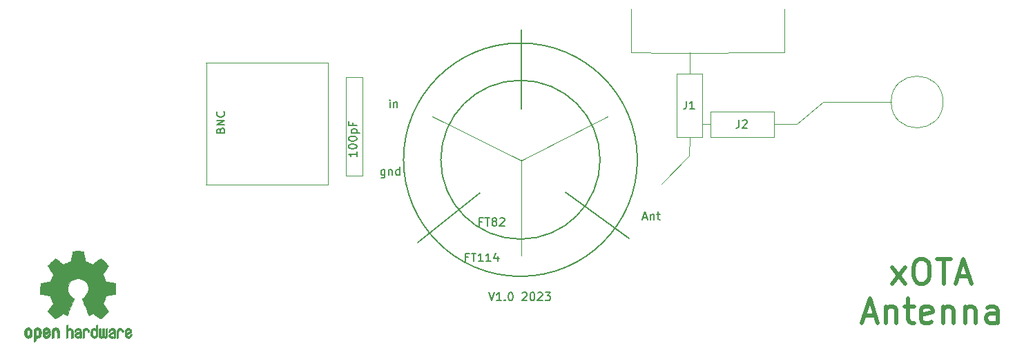
<source format=gbr>
%TF.GenerationSoftware,KiCad,Pcbnew,6.0.2+dfsg-1*%
%TF.CreationDate,2023-02-03T00:30:43+01:00*%
%TF.ProjectId,xOTA,784f5441-2e6b-4696-9361-645f70636258,rev?*%
%TF.SameCoordinates,Original*%
%TF.FileFunction,Legend,Top*%
%TF.FilePolarity,Positive*%
%FSLAX46Y46*%
G04 Gerber Fmt 4.6, Leading zero omitted, Abs format (unit mm)*
G04 Created by KiCad (PCBNEW 6.0.2+dfsg-1) date 2023-02-03 00:30:43*
%MOMM*%
%LPD*%
G01*
G04 APERTURE LIST*
%ADD10C,0.120000*%
%ADD11C,0.200000*%
%ADD12C,0.150000*%
%ADD13C,0.100000*%
%ADD14C,0.500000*%
%ADD15C,0.010000*%
G04 APERTURE END LIST*
D10*
X140538200Y-90652600D02*
X140500000Y-93000000D01*
D11*
X115909523Y-109752380D02*
X116242857Y-110752380D01*
X116576190Y-109752380D01*
X117433333Y-110752380D02*
X116861904Y-110752380D01*
X117147619Y-110752380D02*
X117147619Y-109752380D01*
X117052380Y-109895238D01*
X116957142Y-109990476D01*
X116861904Y-110038095D01*
X117861904Y-110657142D02*
X117909523Y-110704761D01*
X117861904Y-110752380D01*
X117814285Y-110704761D01*
X117861904Y-110657142D01*
X117861904Y-110752380D01*
X118528571Y-109752380D02*
X118623809Y-109752380D01*
X118719047Y-109800000D01*
X118766666Y-109847619D01*
X118814285Y-109942857D01*
X118861904Y-110133333D01*
X118861904Y-110371428D01*
X118814285Y-110561904D01*
X118766666Y-110657142D01*
X118719047Y-110704761D01*
X118623809Y-110752380D01*
X118528571Y-110752380D01*
X118433333Y-110704761D01*
X118385714Y-110657142D01*
X118338095Y-110561904D01*
X118290476Y-110371428D01*
X118290476Y-110133333D01*
X118338095Y-109942857D01*
X118385714Y-109847619D01*
X118433333Y-109800000D01*
X118528571Y-109752380D01*
X120004761Y-109847619D02*
X120052380Y-109800000D01*
X120147619Y-109752380D01*
X120385714Y-109752380D01*
X120480952Y-109800000D01*
X120528571Y-109847619D01*
X120576190Y-109942857D01*
X120576190Y-110038095D01*
X120528571Y-110180952D01*
X119957142Y-110752380D01*
X120576190Y-110752380D01*
X121195238Y-109752380D02*
X121290476Y-109752380D01*
X121385714Y-109800000D01*
X121433333Y-109847619D01*
X121480952Y-109942857D01*
X121528571Y-110133333D01*
X121528571Y-110371428D01*
X121480952Y-110561904D01*
X121433333Y-110657142D01*
X121385714Y-110704761D01*
X121290476Y-110752380D01*
X121195238Y-110752380D01*
X121100000Y-110704761D01*
X121052380Y-110657142D01*
X121004761Y-110561904D01*
X120957142Y-110371428D01*
X120957142Y-110133333D01*
X121004761Y-109942857D01*
X121052380Y-109847619D01*
X121100000Y-109800000D01*
X121195238Y-109752380D01*
X121909523Y-109847619D02*
X121957142Y-109800000D01*
X122052380Y-109752380D01*
X122290476Y-109752380D01*
X122385714Y-109800000D01*
X122433333Y-109847619D01*
X122480952Y-109942857D01*
X122480952Y-110038095D01*
X122433333Y-110180952D01*
X121861904Y-110752380D01*
X122480952Y-110752380D01*
X122814285Y-109752380D02*
X123433333Y-109752380D01*
X123100000Y-110133333D01*
X123242857Y-110133333D01*
X123338095Y-110180952D01*
X123385714Y-110228571D01*
X123433333Y-110323809D01*
X123433333Y-110561904D01*
X123385714Y-110657142D01*
X123338095Y-110704761D01*
X123242857Y-110752380D01*
X122957142Y-110752380D01*
X122861904Y-110704761D01*
X122814285Y-110657142D01*
D10*
X133350000Y-80264000D02*
X133350000Y-74930000D01*
X138226800Y-80314800D02*
X133350000Y-80264000D01*
X152146000Y-80264000D02*
X152146000Y-74930000D01*
X138226800Y-80314800D02*
X152146000Y-80264000D01*
X119900000Y-93450000D02*
X119900000Y-105200000D01*
X119900000Y-93550000D02*
X130500000Y-88150000D01*
X108950000Y-88100000D02*
X119900000Y-93550000D01*
X150876000Y-89103200D02*
X153700000Y-89100000D01*
X140500000Y-93000000D02*
X137058400Y-96400000D01*
X171600000Y-86360000D02*
G75*
G03*
X171600000Y-86360000I-3181090J0D01*
G01*
X140538200Y-80264000D02*
X140538200Y-82905600D01*
X143129000Y-89077800D02*
X142138400Y-89077800D01*
X156900000Y-86400000D02*
X165237820Y-86360000D01*
X153700000Y-89100000D02*
X156900000Y-86400000D01*
D12*
X146580266Y-88580980D02*
X146580266Y-89295266D01*
X146532647Y-89438123D01*
X146437409Y-89533361D01*
X146294552Y-89580980D01*
X146199314Y-89580980D01*
X147008838Y-88676219D02*
X147056457Y-88628600D01*
X147151695Y-88580980D01*
X147389790Y-88580980D01*
X147485028Y-88628600D01*
X147532647Y-88676219D01*
X147580266Y-88771457D01*
X147580266Y-88866695D01*
X147532647Y-89009552D01*
X146961219Y-89580980D01*
X147580266Y-89580980D01*
X140128666Y-86244180D02*
X140128666Y-86958466D01*
X140081047Y-87101323D01*
X139985809Y-87196561D01*
X139842952Y-87244180D01*
X139747714Y-87244180D01*
X141128666Y-87244180D02*
X140557238Y-87244180D01*
X140842952Y-87244180D02*
X140842952Y-86244180D01*
X140747714Y-86387038D01*
X140652476Y-86482276D01*
X140557238Y-86529895D01*
D10*
X150876000Y-90678000D02*
X150876000Y-87528400D01*
X143129000Y-87528400D02*
X143129000Y-90678000D01*
X150876000Y-87528400D02*
X143129000Y-87528400D01*
X143129000Y-90678000D02*
X150876000Y-90678000D01*
X142113000Y-82905600D02*
X138963400Y-82905600D01*
X142113000Y-90652600D02*
X142113000Y-82905600D01*
X138963400Y-90652600D02*
X142113000Y-90652600D01*
X138963400Y-82905600D02*
X138963400Y-90652600D01*
D11*
X115059523Y-101078571D02*
X114726190Y-101078571D01*
X114726190Y-101602380D02*
X114726190Y-100602380D01*
X115202380Y-100602380D01*
X115440476Y-100602380D02*
X116011904Y-100602380D01*
X115726190Y-101602380D02*
X115726190Y-100602380D01*
X116488095Y-101030952D02*
X116392857Y-100983333D01*
X116345238Y-100935714D01*
X116297619Y-100840476D01*
X116297619Y-100792857D01*
X116345238Y-100697619D01*
X116392857Y-100650000D01*
X116488095Y-100602380D01*
X116678571Y-100602380D01*
X116773809Y-100650000D01*
X116821428Y-100697619D01*
X116869047Y-100792857D01*
X116869047Y-100840476D01*
X116821428Y-100935714D01*
X116773809Y-100983333D01*
X116678571Y-101030952D01*
X116488095Y-101030952D01*
X116392857Y-101078571D01*
X116345238Y-101126190D01*
X116297619Y-101221428D01*
X116297619Y-101411904D01*
X116345238Y-101507142D01*
X116392857Y-101554761D01*
X116488095Y-101602380D01*
X116678571Y-101602380D01*
X116773809Y-101554761D01*
X116821428Y-101507142D01*
X116869047Y-101411904D01*
X116869047Y-101221428D01*
X116821428Y-101126190D01*
X116773809Y-101078571D01*
X116678571Y-101030952D01*
X117250000Y-100697619D02*
X117297619Y-100650000D01*
X117392857Y-100602380D01*
X117630952Y-100602380D01*
X117726190Y-100650000D01*
X117773809Y-100697619D01*
X117821428Y-100792857D01*
X117821428Y-100888095D01*
X117773809Y-101030952D01*
X117202380Y-101602380D01*
X117821428Y-101602380D01*
X113383333Y-105428571D02*
X113050000Y-105428571D01*
X113050000Y-105952380D02*
X113050000Y-104952380D01*
X113526190Y-104952380D01*
X113764285Y-104952380D02*
X114335714Y-104952380D01*
X114050000Y-105952380D02*
X114050000Y-104952380D01*
X115192857Y-105952380D02*
X114621428Y-105952380D01*
X114907142Y-105952380D02*
X114907142Y-104952380D01*
X114811904Y-105095238D01*
X114716666Y-105190476D01*
X114621428Y-105238095D01*
X116145238Y-105952380D02*
X115573809Y-105952380D01*
X115859523Y-105952380D02*
X115859523Y-104952380D01*
X115764285Y-105095238D01*
X115669047Y-105190476D01*
X115573809Y-105238095D01*
X117002380Y-105285714D02*
X117002380Y-105952380D01*
X116764285Y-104904761D02*
X116526190Y-105619047D01*
X117145238Y-105619047D01*
X125350000Y-97450000D02*
X133096000Y-103124000D01*
X114850000Y-97500000D02*
X107188000Y-103632000D01*
X119888000Y-77470000D02*
X119888000Y-87200000D01*
D12*
X129542851Y-93453927D02*
G75*
G03*
X129542851Y-93453927I-9761851J0D01*
G01*
D13*
X81280000Y-81534000D02*
X81280000Y-96520000D01*
D12*
X134114582Y-93453927D02*
G75*
G03*
X134114582Y-93453927I-14333582J0D01*
G01*
D13*
X81280000Y-96520000D02*
X81280000Y-96520000D01*
D11*
X134837609Y-100547466D02*
X135313800Y-100547466D01*
X134742371Y-100833180D02*
X135075704Y-99833180D01*
X135409038Y-100833180D01*
X135742371Y-100166514D02*
X135742371Y-100833180D01*
X135742371Y-100261752D02*
X135789990Y-100214133D01*
X135885228Y-100166514D01*
X136028085Y-100166514D01*
X136123323Y-100214133D01*
X136170942Y-100309371D01*
X136170942Y-100833180D01*
X136504276Y-100166514D02*
X136885228Y-100166514D01*
X136647133Y-99833180D02*
X136647133Y-100690323D01*
X136694752Y-100785561D01*
X136789990Y-100833180D01*
X136885228Y-100833180D01*
X103144723Y-94680114D02*
X103144723Y-95489638D01*
X103097104Y-95584876D01*
X103049485Y-95632495D01*
X102954247Y-95680114D01*
X102811390Y-95680114D01*
X102716152Y-95632495D01*
X103144723Y-95299161D02*
X103049485Y-95346780D01*
X102859009Y-95346780D01*
X102763771Y-95299161D01*
X102716152Y-95251542D01*
X102668533Y-95156304D01*
X102668533Y-94870590D01*
X102716152Y-94775352D01*
X102763771Y-94727733D01*
X102859009Y-94680114D01*
X103049485Y-94680114D01*
X103144723Y-94727733D01*
X103620914Y-94680114D02*
X103620914Y-95346780D01*
X103620914Y-94775352D02*
X103668533Y-94727733D01*
X103763771Y-94680114D01*
X103906628Y-94680114D01*
X104001866Y-94727733D01*
X104049485Y-94822971D01*
X104049485Y-95346780D01*
X104954247Y-95346780D02*
X104954247Y-94346780D01*
X104954247Y-95299161D02*
X104859009Y-95346780D01*
X104668533Y-95346780D01*
X104573295Y-95299161D01*
X104525676Y-95251542D01*
X104478057Y-95156304D01*
X104478057Y-94870590D01*
X104525676Y-94775352D01*
X104573295Y-94727733D01*
X104668533Y-94680114D01*
X104859009Y-94680114D01*
X104954247Y-94727733D01*
D12*
X82986571Y-89852380D02*
X83034190Y-89709523D01*
X83081809Y-89661904D01*
X83177047Y-89614285D01*
X83319904Y-89614285D01*
X83415142Y-89661904D01*
X83462761Y-89709523D01*
X83510380Y-89804761D01*
X83510380Y-90185714D01*
X82510380Y-90185714D01*
X82510380Y-89852380D01*
X82558000Y-89757142D01*
X82605619Y-89709523D01*
X82700857Y-89661904D01*
X82796095Y-89661904D01*
X82891333Y-89709523D01*
X82938952Y-89757142D01*
X82986571Y-89852380D01*
X82986571Y-90185714D01*
X83510380Y-89185714D02*
X82510380Y-89185714D01*
X83510380Y-88614285D01*
X82510380Y-88614285D01*
X83415142Y-87566666D02*
X83462761Y-87614285D01*
X83510380Y-87757142D01*
X83510380Y-87852380D01*
X83462761Y-87995238D01*
X83367523Y-88090476D01*
X83272285Y-88138095D01*
X83081809Y-88185714D01*
X82938952Y-88185714D01*
X82748476Y-88138095D01*
X82653238Y-88090476D01*
X82558000Y-87995238D01*
X82510380Y-87852380D01*
X82510380Y-87757142D01*
X82558000Y-87614285D01*
X82605619Y-87566666D01*
D11*
X103763819Y-87066380D02*
X103763819Y-86399714D01*
X103763819Y-86066380D02*
X103716200Y-86114000D01*
X103763819Y-86161619D01*
X103811438Y-86114000D01*
X103763819Y-86066380D01*
X103763819Y-86161619D01*
X104240009Y-86399714D02*
X104240009Y-87066380D01*
X104240009Y-86494952D02*
X104287628Y-86447333D01*
X104382866Y-86399714D01*
X104525723Y-86399714D01*
X104620961Y-86447333D01*
X104668580Y-86542571D01*
X104668580Y-87066380D01*
D14*
X165394285Y-108670142D02*
X166965714Y-106670142D01*
X165394285Y-106670142D02*
X166965714Y-108670142D01*
X168680000Y-105670142D02*
X169251428Y-105670142D01*
X169537142Y-105813000D01*
X169822857Y-106098714D01*
X169965714Y-106670142D01*
X169965714Y-107670142D01*
X169822857Y-108241571D01*
X169537142Y-108527285D01*
X169251428Y-108670142D01*
X168680000Y-108670142D01*
X168394285Y-108527285D01*
X168108571Y-108241571D01*
X167965714Y-107670142D01*
X167965714Y-106670142D01*
X168108571Y-106098714D01*
X168394285Y-105813000D01*
X168680000Y-105670142D01*
X170822857Y-105670142D02*
X172537142Y-105670142D01*
X171680000Y-108670142D02*
X171680000Y-105670142D01*
X173394285Y-107813000D02*
X174822857Y-107813000D01*
X173108571Y-108670142D02*
X174108571Y-105670142D01*
X175108571Y-108670142D01*
X161894285Y-112643000D02*
X163322857Y-112643000D01*
X161608571Y-113500142D02*
X162608571Y-110500142D01*
X163608571Y-113500142D01*
X164608571Y-111500142D02*
X164608571Y-113500142D01*
X164608571Y-111785857D02*
X164751428Y-111643000D01*
X165037142Y-111500142D01*
X165465714Y-111500142D01*
X165751428Y-111643000D01*
X165894285Y-111928714D01*
X165894285Y-113500142D01*
X166894285Y-111500142D02*
X168037142Y-111500142D01*
X167322857Y-110500142D02*
X167322857Y-113071571D01*
X167465714Y-113357285D01*
X167751428Y-113500142D01*
X168037142Y-113500142D01*
X170180000Y-113357285D02*
X169894285Y-113500142D01*
X169322857Y-113500142D01*
X169037142Y-113357285D01*
X168894285Y-113071571D01*
X168894285Y-111928714D01*
X169037142Y-111643000D01*
X169322857Y-111500142D01*
X169894285Y-111500142D01*
X170180000Y-111643000D01*
X170322857Y-111928714D01*
X170322857Y-112214428D01*
X168894285Y-112500142D01*
X171608571Y-111500142D02*
X171608571Y-113500142D01*
X171608571Y-111785857D02*
X171751428Y-111643000D01*
X172037142Y-111500142D01*
X172465714Y-111500142D01*
X172751428Y-111643000D01*
X172894285Y-111928714D01*
X172894285Y-113500142D01*
X174322857Y-111500142D02*
X174322857Y-113500142D01*
X174322857Y-111785857D02*
X174465714Y-111643000D01*
X174751428Y-111500142D01*
X175180000Y-111500142D01*
X175465714Y-111643000D01*
X175608571Y-111928714D01*
X175608571Y-113500142D01*
X178322857Y-113500142D02*
X178322857Y-111928714D01*
X178180000Y-111643000D01*
X177894285Y-111500142D01*
X177322857Y-111500142D01*
X177037142Y-111643000D01*
X178322857Y-113357285D02*
X178037142Y-113500142D01*
X177322857Y-113500142D01*
X177037142Y-113357285D01*
X176894285Y-113071571D01*
X176894285Y-112785857D01*
X177037142Y-112500142D01*
X177322857Y-112357285D01*
X178037142Y-112357285D01*
X178322857Y-112214428D01*
D12*
%TO.C,*%
%TO.C,100pF*%
X99715580Y-92479619D02*
X99715580Y-93051047D01*
X99715580Y-92765333D02*
X98715580Y-92765333D01*
X98858438Y-92860571D01*
X98953676Y-92955809D01*
X99001295Y-93051047D01*
X98715580Y-91860571D02*
X98715580Y-91765333D01*
X98763200Y-91670095D01*
X98810819Y-91622476D01*
X98906057Y-91574857D01*
X99096533Y-91527238D01*
X99334628Y-91527238D01*
X99525104Y-91574857D01*
X99620342Y-91622476D01*
X99667961Y-91670095D01*
X99715580Y-91765333D01*
X99715580Y-91860571D01*
X99667961Y-91955809D01*
X99620342Y-92003428D01*
X99525104Y-92051047D01*
X99334628Y-92098666D01*
X99096533Y-92098666D01*
X98906057Y-92051047D01*
X98810819Y-92003428D01*
X98763200Y-91955809D01*
X98715580Y-91860571D01*
X98715580Y-90908190D02*
X98715580Y-90812952D01*
X98763200Y-90717714D01*
X98810819Y-90670095D01*
X98906057Y-90622476D01*
X99096533Y-90574857D01*
X99334628Y-90574857D01*
X99525104Y-90622476D01*
X99620342Y-90670095D01*
X99667961Y-90717714D01*
X99715580Y-90812952D01*
X99715580Y-90908190D01*
X99667961Y-91003428D01*
X99620342Y-91051047D01*
X99525104Y-91098666D01*
X99334628Y-91146285D01*
X99096533Y-91146285D01*
X98906057Y-91098666D01*
X98810819Y-91051047D01*
X98763200Y-91003428D01*
X98715580Y-90908190D01*
X99048914Y-90146285D02*
X100048914Y-90146285D01*
X99096533Y-90146285D02*
X99048914Y-90051047D01*
X99048914Y-89860571D01*
X99096533Y-89765333D01*
X99144152Y-89717714D01*
X99239390Y-89670095D01*
X99525104Y-89670095D01*
X99620342Y-89717714D01*
X99667961Y-89765333D01*
X99715580Y-89860571D01*
X99715580Y-90051047D01*
X99667961Y-90146285D01*
X99191771Y-88908190D02*
X99191771Y-89241523D01*
X99715580Y-89241523D02*
X98715580Y-89241523D01*
X98715580Y-88765333D01*
%TO.C,*%
D15*
%TO.C,REF\u002A\u002A*%
X62949429Y-114113719D02*
X63043123Y-114167914D01*
X63043123Y-114167914D02*
X63108264Y-114221707D01*
X63108264Y-114221707D02*
X63155907Y-114278066D01*
X63155907Y-114278066D02*
X63188728Y-114346987D01*
X63188728Y-114346987D02*
X63209406Y-114438468D01*
X63209406Y-114438468D02*
X63220620Y-114562506D01*
X63220620Y-114562506D02*
X63225049Y-114729098D01*
X63225049Y-114729098D02*
X63225563Y-114848851D01*
X63225563Y-114848851D02*
X63225563Y-115289659D01*
X63225563Y-115289659D02*
X63101483Y-115345283D01*
X63101483Y-115345283D02*
X62977402Y-115400907D01*
X62977402Y-115400907D02*
X62962805Y-114918095D01*
X62962805Y-114918095D02*
X62956773Y-114737779D01*
X62956773Y-114737779D02*
X62950445Y-114606901D01*
X62950445Y-114606901D02*
X62942606Y-114516511D01*
X62942606Y-114516511D02*
X62932037Y-114457664D01*
X62932037Y-114457664D02*
X62917523Y-114421413D01*
X62917523Y-114421413D02*
X62897848Y-114398810D01*
X62897848Y-114398810D02*
X62891535Y-114393917D01*
X62891535Y-114393917D02*
X62795888Y-114355706D01*
X62795888Y-114355706D02*
X62699207Y-114370827D01*
X62699207Y-114370827D02*
X62641655Y-114410943D01*
X62641655Y-114410943D02*
X62618245Y-114439370D01*
X62618245Y-114439370D02*
X62602039Y-114476672D01*
X62602039Y-114476672D02*
X62591741Y-114533223D01*
X62591741Y-114533223D02*
X62586049Y-114619394D01*
X62586049Y-114619394D02*
X62583664Y-114745558D01*
X62583664Y-114745558D02*
X62583264Y-114877042D01*
X62583264Y-114877042D02*
X62583186Y-115041999D01*
X62583186Y-115041999D02*
X62580361Y-115158761D01*
X62580361Y-115158761D02*
X62570907Y-115237510D01*
X62570907Y-115237510D02*
X62550940Y-115288431D01*
X62550940Y-115288431D02*
X62516576Y-115321706D01*
X62516576Y-115321706D02*
X62463932Y-115347520D01*
X62463932Y-115347520D02*
X62393617Y-115374344D01*
X62393617Y-115374344D02*
X62316820Y-115403542D01*
X62316820Y-115403542D02*
X62325962Y-114885346D01*
X62325962Y-114885346D02*
X62329643Y-114698539D01*
X62329643Y-114698539D02*
X62333950Y-114560490D01*
X62333950Y-114560490D02*
X62340123Y-114461568D01*
X62340123Y-114461568D02*
X62349402Y-114392145D01*
X62349402Y-114392145D02*
X62363027Y-114342590D01*
X62363027Y-114342590D02*
X62382239Y-114303273D01*
X62382239Y-114303273D02*
X62405402Y-114268584D01*
X62405402Y-114268584D02*
X62517152Y-114157770D01*
X62517152Y-114157770D02*
X62653513Y-114093689D01*
X62653513Y-114093689D02*
X62801825Y-114078339D01*
X62801825Y-114078339D02*
X62949429Y-114113719D01*
X62949429Y-114113719D02*
X62949429Y-114113719D01*
G36*
X62949429Y-114113719D02*
G01*
X63043123Y-114167914D01*
X63108264Y-114221707D01*
X63155907Y-114278066D01*
X63188728Y-114346987D01*
X63209406Y-114438468D01*
X63220620Y-114562506D01*
X63225049Y-114729098D01*
X63225563Y-114848851D01*
X63225563Y-115289659D01*
X63101483Y-115345283D01*
X62977402Y-115400907D01*
X62962805Y-114918095D01*
X62956773Y-114737779D01*
X62950445Y-114606901D01*
X62942606Y-114516511D01*
X62932037Y-114457664D01*
X62917523Y-114421413D01*
X62897848Y-114398810D01*
X62891535Y-114393917D01*
X62795888Y-114355706D01*
X62699207Y-114370827D01*
X62641655Y-114410943D01*
X62618245Y-114439370D01*
X62602039Y-114476672D01*
X62591741Y-114533223D01*
X62586049Y-114619394D01*
X62583664Y-114745558D01*
X62583264Y-114877042D01*
X62583186Y-115041999D01*
X62580361Y-115158761D01*
X62570907Y-115237510D01*
X62550940Y-115288431D01*
X62516576Y-115321706D01*
X62463932Y-115347520D01*
X62393617Y-115374344D01*
X62316820Y-115403542D01*
X62325962Y-114885346D01*
X62329643Y-114698539D01*
X62333950Y-114560490D01*
X62340123Y-114461568D01*
X62349402Y-114392145D01*
X62363027Y-114342590D01*
X62382239Y-114303273D01*
X62405402Y-114268584D01*
X62517152Y-114157770D01*
X62653513Y-114093689D01*
X62801825Y-114078339D01*
X62949429Y-114113719D01*
G37*
X62949429Y-114113719D02*
X63043123Y-114167914D01*
X63108264Y-114221707D01*
X63155907Y-114278066D01*
X63188728Y-114346987D01*
X63209406Y-114438468D01*
X63220620Y-114562506D01*
X63225049Y-114729098D01*
X63225563Y-114848851D01*
X63225563Y-115289659D01*
X63101483Y-115345283D01*
X62977402Y-115400907D01*
X62962805Y-114918095D01*
X62956773Y-114737779D01*
X62950445Y-114606901D01*
X62942606Y-114516511D01*
X62932037Y-114457664D01*
X62917523Y-114421413D01*
X62897848Y-114398810D01*
X62891535Y-114393917D01*
X62795888Y-114355706D01*
X62699207Y-114370827D01*
X62641655Y-114410943D01*
X62618245Y-114439370D01*
X62602039Y-114476672D01*
X62591741Y-114533223D01*
X62586049Y-114619394D01*
X62583664Y-114745558D01*
X62583264Y-114877042D01*
X62583186Y-115041999D01*
X62580361Y-115158761D01*
X62570907Y-115237510D01*
X62550940Y-115288431D01*
X62516576Y-115321706D01*
X62463932Y-115347520D01*
X62393617Y-115374344D01*
X62316820Y-115403542D01*
X62325962Y-114885346D01*
X62329643Y-114698539D01*
X62333950Y-114560490D01*
X62340123Y-114461568D01*
X62349402Y-114392145D01*
X62363027Y-114342590D01*
X62382239Y-114303273D01*
X62405402Y-114268584D01*
X62517152Y-114157770D01*
X62653513Y-114093689D01*
X62801825Y-114078339D01*
X62949429Y-114113719D01*
X60703900Y-114097903D02*
X60815450Y-114153522D01*
X60815450Y-114153522D02*
X60913908Y-114255931D01*
X60913908Y-114255931D02*
X60941023Y-114293864D01*
X60941023Y-114293864D02*
X60970562Y-114343500D01*
X60970562Y-114343500D02*
X60989728Y-114397412D01*
X60989728Y-114397412D02*
X61000693Y-114469364D01*
X61000693Y-114469364D02*
X61005629Y-114573122D01*
X61005629Y-114573122D02*
X61006713Y-114710101D01*
X61006713Y-114710101D02*
X61001818Y-114897815D01*
X61001818Y-114897815D02*
X60984804Y-115038758D01*
X60984804Y-115038758D02*
X60952177Y-115143908D01*
X60952177Y-115143908D02*
X60900442Y-115224243D01*
X60900442Y-115224243D02*
X60826104Y-115290741D01*
X60826104Y-115290741D02*
X60820642Y-115294678D01*
X60820642Y-115294678D02*
X60747380Y-115334953D01*
X60747380Y-115334953D02*
X60659160Y-115354880D01*
X60659160Y-115354880D02*
X60546962Y-115359793D01*
X60546962Y-115359793D02*
X60364567Y-115359793D01*
X60364567Y-115359793D02*
X60364491Y-115536857D01*
X60364491Y-115536857D02*
X60362793Y-115635470D01*
X60362793Y-115635470D02*
X60352450Y-115693314D01*
X60352450Y-115693314D02*
X60325422Y-115728006D01*
X60325422Y-115728006D02*
X60273668Y-115757164D01*
X60273668Y-115757164D02*
X60261239Y-115763121D01*
X60261239Y-115763121D02*
X60203077Y-115791039D01*
X60203077Y-115791039D02*
X60158044Y-115808672D01*
X60158044Y-115808672D02*
X60124559Y-115810194D01*
X60124559Y-115810194D02*
X60101038Y-115789781D01*
X60101038Y-115789781D02*
X60085900Y-115741607D01*
X60085900Y-115741607D02*
X60077563Y-115659846D01*
X60077563Y-115659846D02*
X60074444Y-115538672D01*
X60074444Y-115538672D02*
X60074960Y-115372260D01*
X60074960Y-115372260D02*
X60077529Y-115154785D01*
X60077529Y-115154785D02*
X60078332Y-115089736D01*
X60078332Y-115089736D02*
X60081222Y-114865502D01*
X60081222Y-114865502D02*
X60083812Y-114718821D01*
X60083812Y-114718821D02*
X60364414Y-114718821D01*
X60364414Y-114718821D02*
X60365991Y-114843326D01*
X60365991Y-114843326D02*
X60373000Y-114924787D01*
X60373000Y-114924787D02*
X60388858Y-114978515D01*
X60388858Y-114978515D02*
X60416981Y-115019823D01*
X60416981Y-115019823D02*
X60436075Y-115039971D01*
X60436075Y-115039971D02*
X60514135Y-115098921D01*
X60514135Y-115098921D02*
X60583247Y-115103720D01*
X60583247Y-115103720D02*
X60654560Y-115055038D01*
X60654560Y-115055038D02*
X60656368Y-115053241D01*
X60656368Y-115053241D02*
X60685383Y-115015618D01*
X60685383Y-115015618D02*
X60703033Y-114964484D01*
X60703033Y-114964484D02*
X60711936Y-114885738D01*
X60711936Y-114885738D02*
X60714709Y-114765276D01*
X60714709Y-114765276D02*
X60714759Y-114738588D01*
X60714759Y-114738588D02*
X60708058Y-114572583D01*
X60708058Y-114572583D02*
X60686248Y-114457505D01*
X60686248Y-114457505D02*
X60646765Y-114387254D01*
X60646765Y-114387254D02*
X60587044Y-114355729D01*
X60587044Y-114355729D02*
X60552528Y-114352552D01*
X60552528Y-114352552D02*
X60470611Y-114367460D01*
X60470611Y-114367460D02*
X60414421Y-114416548D01*
X60414421Y-114416548D02*
X60380598Y-114506362D01*
X60380598Y-114506362D02*
X60365780Y-114643445D01*
X60365780Y-114643445D02*
X60364414Y-114718821D01*
X60364414Y-114718821D02*
X60083812Y-114718821D01*
X60083812Y-114718821D02*
X60084287Y-114691952D01*
X60084287Y-114691952D02*
X60088247Y-114561382D01*
X60088247Y-114561382D02*
X60093826Y-114466087D01*
X60093826Y-114466087D02*
X60101746Y-114398364D01*
X60101746Y-114398364D02*
X60112731Y-114350507D01*
X60112731Y-114350507D02*
X60127501Y-114314813D01*
X60127501Y-114314813D02*
X60146782Y-114283578D01*
X60146782Y-114283578D02*
X60155049Y-114271824D01*
X60155049Y-114271824D02*
X60264712Y-114160797D01*
X60264712Y-114160797D02*
X60403365Y-114097847D01*
X60403365Y-114097847D02*
X60563754Y-114080297D01*
X60563754Y-114080297D02*
X60703900Y-114097903D01*
X60703900Y-114097903D02*
X60703900Y-114097903D01*
G36*
X60088247Y-114561382D02*
G01*
X60093826Y-114466087D01*
X60101746Y-114398364D01*
X60112731Y-114350507D01*
X60127501Y-114314813D01*
X60146782Y-114283578D01*
X60155049Y-114271824D01*
X60264712Y-114160797D01*
X60403365Y-114097847D01*
X60563754Y-114080297D01*
X60703900Y-114097903D01*
X60815450Y-114153522D01*
X60913908Y-114255931D01*
X60941023Y-114293864D01*
X60970562Y-114343500D01*
X60989728Y-114397412D01*
X61000693Y-114469364D01*
X61005629Y-114573122D01*
X61006713Y-114710101D01*
X61001818Y-114897815D01*
X60984804Y-115038758D01*
X60952177Y-115143908D01*
X60900442Y-115224243D01*
X60826104Y-115290741D01*
X60820642Y-115294678D01*
X60747380Y-115334953D01*
X60659160Y-115354880D01*
X60546962Y-115359793D01*
X60364567Y-115359793D01*
X60364491Y-115536857D01*
X60362793Y-115635470D01*
X60352450Y-115693314D01*
X60325422Y-115728006D01*
X60273668Y-115757164D01*
X60261239Y-115763121D01*
X60203077Y-115791039D01*
X60158044Y-115808672D01*
X60124559Y-115810194D01*
X60101038Y-115789781D01*
X60085900Y-115741607D01*
X60077563Y-115659846D01*
X60074444Y-115538672D01*
X60074960Y-115372260D01*
X60077529Y-115154785D01*
X60078332Y-115089736D01*
X60081222Y-114865502D01*
X60083812Y-114718821D01*
X60364414Y-114718821D01*
X60365991Y-114843326D01*
X60373000Y-114924787D01*
X60388858Y-114978515D01*
X60416981Y-115019823D01*
X60436075Y-115039971D01*
X60514135Y-115098921D01*
X60583247Y-115103720D01*
X60654560Y-115055038D01*
X60656368Y-115053241D01*
X60685383Y-115015618D01*
X60703033Y-114964484D01*
X60711936Y-114885738D01*
X60714709Y-114765276D01*
X60714759Y-114738588D01*
X60708058Y-114572583D01*
X60686248Y-114457505D01*
X60646765Y-114387254D01*
X60587044Y-114355729D01*
X60552528Y-114352552D01*
X60470611Y-114367460D01*
X60414421Y-114416548D01*
X60380598Y-114506362D01*
X60365780Y-114643445D01*
X60364414Y-114718821D01*
X60083812Y-114718821D01*
X60084287Y-114691952D01*
X60088247Y-114561382D01*
G37*
X60088247Y-114561382D02*
X60093826Y-114466087D01*
X60101746Y-114398364D01*
X60112731Y-114350507D01*
X60127501Y-114314813D01*
X60146782Y-114283578D01*
X60155049Y-114271824D01*
X60264712Y-114160797D01*
X60403365Y-114097847D01*
X60563754Y-114080297D01*
X60703900Y-114097903D01*
X60815450Y-114153522D01*
X60913908Y-114255931D01*
X60941023Y-114293864D01*
X60970562Y-114343500D01*
X60989728Y-114397412D01*
X61000693Y-114469364D01*
X61005629Y-114573122D01*
X61006713Y-114710101D01*
X61001818Y-114897815D01*
X60984804Y-115038758D01*
X60952177Y-115143908D01*
X60900442Y-115224243D01*
X60826104Y-115290741D01*
X60820642Y-115294678D01*
X60747380Y-115334953D01*
X60659160Y-115354880D01*
X60546962Y-115359793D01*
X60364567Y-115359793D01*
X60364491Y-115536857D01*
X60362793Y-115635470D01*
X60352450Y-115693314D01*
X60325422Y-115728006D01*
X60273668Y-115757164D01*
X60261239Y-115763121D01*
X60203077Y-115791039D01*
X60158044Y-115808672D01*
X60124559Y-115810194D01*
X60101038Y-115789781D01*
X60085900Y-115741607D01*
X60077563Y-115659846D01*
X60074444Y-115538672D01*
X60074960Y-115372260D01*
X60077529Y-115154785D01*
X60078332Y-115089736D01*
X60081222Y-114865502D01*
X60083812Y-114718821D01*
X60364414Y-114718821D01*
X60365991Y-114843326D01*
X60373000Y-114924787D01*
X60388858Y-114978515D01*
X60416981Y-115019823D01*
X60436075Y-115039971D01*
X60514135Y-115098921D01*
X60583247Y-115103720D01*
X60654560Y-115055038D01*
X60656368Y-115053241D01*
X60685383Y-115015618D01*
X60703033Y-114964484D01*
X60711936Y-114885738D01*
X60714709Y-114765276D01*
X60714759Y-114738588D01*
X60708058Y-114572583D01*
X60686248Y-114457505D01*
X60646765Y-114387254D01*
X60587044Y-114355729D01*
X60552528Y-114352552D01*
X60470611Y-114367460D01*
X60414421Y-114416548D01*
X60380598Y-114506362D01*
X60365780Y-114643445D01*
X60364414Y-114718821D01*
X60083812Y-114718821D01*
X60084287Y-114691952D01*
X60088247Y-114561382D01*
X67925914Y-114390455D02*
X67925543Y-114608661D01*
X67925543Y-114608661D02*
X67924108Y-114776519D01*
X67924108Y-114776519D02*
X67921002Y-114902070D01*
X67921002Y-114902070D02*
X67915622Y-114993355D01*
X67915622Y-114993355D02*
X67907362Y-115058415D01*
X67907362Y-115058415D02*
X67895616Y-115105291D01*
X67895616Y-115105291D02*
X67879781Y-115142024D01*
X67879781Y-115142024D02*
X67867790Y-115162991D01*
X67867790Y-115162991D02*
X67768490Y-115276694D01*
X67768490Y-115276694D02*
X67642588Y-115347965D01*
X67642588Y-115347965D02*
X67503291Y-115373538D01*
X67503291Y-115373538D02*
X67363805Y-115350150D01*
X67363805Y-115350150D02*
X67280743Y-115308119D01*
X67280743Y-115308119D02*
X67193545Y-115235411D01*
X67193545Y-115235411D02*
X67134117Y-115146612D01*
X67134117Y-115146612D02*
X67098261Y-115030320D01*
X67098261Y-115030320D02*
X67081781Y-114875135D01*
X67081781Y-114875135D02*
X67079447Y-114761287D01*
X67079447Y-114761287D02*
X67079761Y-114753106D01*
X67079761Y-114753106D02*
X67283724Y-114753106D01*
X67283724Y-114753106D02*
X67284970Y-114883657D01*
X67284970Y-114883657D02*
X67290678Y-114970080D01*
X67290678Y-114970080D02*
X67303804Y-115026618D01*
X67303804Y-115026618D02*
X67327306Y-115067514D01*
X67327306Y-115067514D02*
X67355386Y-115098362D01*
X67355386Y-115098362D02*
X67449688Y-115157905D01*
X67449688Y-115157905D02*
X67550940Y-115162992D01*
X67550940Y-115162992D02*
X67646636Y-115113279D01*
X67646636Y-115113279D02*
X67654084Y-115106543D01*
X67654084Y-115106543D02*
X67685874Y-115071502D01*
X67685874Y-115071502D02*
X67705808Y-115029811D01*
X67705808Y-115029811D02*
X67716600Y-114967762D01*
X67716600Y-114967762D02*
X67720965Y-114871644D01*
X67720965Y-114871644D02*
X67721655Y-114765379D01*
X67721655Y-114765379D02*
X67720159Y-114631880D01*
X67720159Y-114631880D02*
X67713964Y-114542822D01*
X67713964Y-114542822D02*
X67700514Y-114484293D01*
X67700514Y-114484293D02*
X67677251Y-114442382D01*
X67677251Y-114442382D02*
X67658175Y-114420123D01*
X67658175Y-114420123D02*
X67569563Y-114363985D01*
X67569563Y-114363985D02*
X67467508Y-114357235D01*
X67467508Y-114357235D02*
X67370095Y-114400114D01*
X67370095Y-114400114D02*
X67351296Y-114416032D01*
X67351296Y-114416032D02*
X67319293Y-114451382D01*
X67319293Y-114451382D02*
X67299318Y-114493502D01*
X67299318Y-114493502D02*
X67288593Y-114556251D01*
X67288593Y-114556251D02*
X67284339Y-114653487D01*
X67284339Y-114653487D02*
X67283724Y-114753106D01*
X67283724Y-114753106D02*
X67079761Y-114753106D01*
X67079761Y-114753106D02*
X67086504Y-114577947D01*
X67086504Y-114577947D02*
X67110472Y-114440195D01*
X67110472Y-114440195D02*
X67155548Y-114336632D01*
X67155548Y-114336632D02*
X67225928Y-114255856D01*
X67225928Y-114255856D02*
X67280743Y-114214455D01*
X67280743Y-114214455D02*
X67380376Y-114169728D01*
X67380376Y-114169728D02*
X67495855Y-114148967D01*
X67495855Y-114148967D02*
X67603199Y-114154525D01*
X67603199Y-114154525D02*
X67663264Y-114176943D01*
X67663264Y-114176943D02*
X67686835Y-114183323D01*
X67686835Y-114183323D02*
X67702477Y-114159535D01*
X67702477Y-114159535D02*
X67713395Y-114095788D01*
X67713395Y-114095788D02*
X67721655Y-113998687D01*
X67721655Y-113998687D02*
X67730699Y-113890541D01*
X67730699Y-113890541D02*
X67743261Y-113825475D01*
X67743261Y-113825475D02*
X67766119Y-113788268D01*
X67766119Y-113788268D02*
X67806051Y-113763699D01*
X67806051Y-113763699D02*
X67831138Y-113752819D01*
X67831138Y-113752819D02*
X67926023Y-113713072D01*
X67926023Y-113713072D02*
X67925914Y-114390455D01*
X67925914Y-114390455D02*
X67925914Y-114390455D01*
G36*
X67110472Y-114440195D02*
G01*
X67155548Y-114336632D01*
X67225928Y-114255856D01*
X67280743Y-114214455D01*
X67380376Y-114169728D01*
X67495855Y-114148967D01*
X67603199Y-114154525D01*
X67663264Y-114176943D01*
X67686835Y-114183323D01*
X67702477Y-114159535D01*
X67713395Y-114095788D01*
X67721655Y-113998687D01*
X67730699Y-113890541D01*
X67743261Y-113825475D01*
X67766119Y-113788268D01*
X67806051Y-113763699D01*
X67831138Y-113752819D01*
X67926023Y-113713072D01*
X67925914Y-114390455D01*
X67925543Y-114608661D01*
X67924108Y-114776519D01*
X67921002Y-114902070D01*
X67915622Y-114993355D01*
X67907362Y-115058415D01*
X67895616Y-115105291D01*
X67879781Y-115142024D01*
X67867790Y-115162991D01*
X67768490Y-115276694D01*
X67642588Y-115347965D01*
X67503291Y-115373538D01*
X67363805Y-115350150D01*
X67280743Y-115308119D01*
X67193545Y-115235411D01*
X67134117Y-115146612D01*
X67098261Y-115030320D01*
X67081781Y-114875135D01*
X67079447Y-114761287D01*
X67079761Y-114753106D01*
X67283724Y-114753106D01*
X67284970Y-114883657D01*
X67290678Y-114970080D01*
X67303804Y-115026618D01*
X67327306Y-115067514D01*
X67355386Y-115098362D01*
X67449688Y-115157905D01*
X67550940Y-115162992D01*
X67646636Y-115113279D01*
X67654084Y-115106543D01*
X67685874Y-115071502D01*
X67705808Y-115029811D01*
X67716600Y-114967762D01*
X67720965Y-114871644D01*
X67721655Y-114765379D01*
X67720159Y-114631880D01*
X67713964Y-114542822D01*
X67700514Y-114484293D01*
X67677251Y-114442382D01*
X67658175Y-114420123D01*
X67569563Y-114363985D01*
X67467508Y-114357235D01*
X67370095Y-114400114D01*
X67351296Y-114416032D01*
X67319293Y-114451382D01*
X67299318Y-114493502D01*
X67288593Y-114556251D01*
X67284339Y-114653487D01*
X67283724Y-114753106D01*
X67079761Y-114753106D01*
X67086504Y-114577947D01*
X67110472Y-114440195D01*
G37*
X67110472Y-114440195D02*
X67155548Y-114336632D01*
X67225928Y-114255856D01*
X67280743Y-114214455D01*
X67380376Y-114169728D01*
X67495855Y-114148967D01*
X67603199Y-114154525D01*
X67663264Y-114176943D01*
X67686835Y-114183323D01*
X67702477Y-114159535D01*
X67713395Y-114095788D01*
X67721655Y-113998687D01*
X67730699Y-113890541D01*
X67743261Y-113825475D01*
X67766119Y-113788268D01*
X67806051Y-113763699D01*
X67831138Y-113752819D01*
X67926023Y-113713072D01*
X67925914Y-114390455D01*
X67925543Y-114608661D01*
X67924108Y-114776519D01*
X67921002Y-114902070D01*
X67915622Y-114993355D01*
X67907362Y-115058415D01*
X67895616Y-115105291D01*
X67879781Y-115142024D01*
X67867790Y-115162991D01*
X67768490Y-115276694D01*
X67642588Y-115347965D01*
X67503291Y-115373538D01*
X67363805Y-115350150D01*
X67280743Y-115308119D01*
X67193545Y-115235411D01*
X67134117Y-115146612D01*
X67098261Y-115030320D01*
X67081781Y-114875135D01*
X67079447Y-114761287D01*
X67079761Y-114753106D01*
X67283724Y-114753106D01*
X67284970Y-114883657D01*
X67290678Y-114970080D01*
X67303804Y-115026618D01*
X67327306Y-115067514D01*
X67355386Y-115098362D01*
X67449688Y-115157905D01*
X67550940Y-115162992D01*
X67646636Y-115113279D01*
X67654084Y-115106543D01*
X67685874Y-115071502D01*
X67705808Y-115029811D01*
X67716600Y-114967762D01*
X67720965Y-114871644D01*
X67721655Y-114765379D01*
X67720159Y-114631880D01*
X67713964Y-114542822D01*
X67700514Y-114484293D01*
X67677251Y-114442382D01*
X67658175Y-114420123D01*
X67569563Y-114363985D01*
X67467508Y-114357235D01*
X67370095Y-114400114D01*
X67351296Y-114416032D01*
X67319293Y-114451382D01*
X67299318Y-114493502D01*
X67288593Y-114556251D01*
X67284339Y-114653487D01*
X67283724Y-114753106D01*
X67079761Y-114753106D01*
X67086504Y-114577947D01*
X67110472Y-114440195D01*
X69112124Y-114175840D02*
X69116579Y-114252653D01*
X69116579Y-114252653D02*
X69120071Y-114369391D01*
X69120071Y-114369391D02*
X69122315Y-114516821D01*
X69122315Y-114516821D02*
X69123035Y-114671455D01*
X69123035Y-114671455D02*
X69123035Y-115194727D01*
X69123035Y-115194727D02*
X69030645Y-115287117D01*
X69030645Y-115287117D02*
X68966978Y-115344047D01*
X68966978Y-115344047D02*
X68911089Y-115367107D01*
X68911089Y-115367107D02*
X68834702Y-115365647D01*
X68834702Y-115365647D02*
X68804380Y-115361934D01*
X68804380Y-115361934D02*
X68709610Y-115351126D01*
X68709610Y-115351126D02*
X68631222Y-115344933D01*
X68631222Y-115344933D02*
X68612115Y-115344361D01*
X68612115Y-115344361D02*
X68547699Y-115348102D01*
X68547699Y-115348102D02*
X68455571Y-115357494D01*
X68455571Y-115357494D02*
X68419850Y-115361934D01*
X68419850Y-115361934D02*
X68332114Y-115368801D01*
X68332114Y-115368801D02*
X68273153Y-115353885D01*
X68273153Y-115353885D02*
X68214690Y-115307835D01*
X68214690Y-115307835D02*
X68193585Y-115287117D01*
X68193585Y-115287117D02*
X68101195Y-115194727D01*
X68101195Y-115194727D02*
X68101195Y-114215947D01*
X68101195Y-114215947D02*
X68175558Y-114182066D01*
X68175558Y-114182066D02*
X68239590Y-114156970D01*
X68239590Y-114156970D02*
X68277052Y-114148184D01*
X68277052Y-114148184D02*
X68286657Y-114175950D01*
X68286657Y-114175950D02*
X68295635Y-114253530D01*
X68295635Y-114253530D02*
X68303386Y-114372348D01*
X68303386Y-114372348D02*
X68309314Y-114523828D01*
X68309314Y-114523828D02*
X68312173Y-114651805D01*
X68312173Y-114651805D02*
X68320161Y-115155425D01*
X68320161Y-115155425D02*
X68389848Y-115165278D01*
X68389848Y-115165278D02*
X68453229Y-115158389D01*
X68453229Y-115158389D02*
X68484286Y-115136083D01*
X68484286Y-115136083D02*
X68492967Y-115094379D01*
X68492967Y-115094379D02*
X68500378Y-115005544D01*
X68500378Y-115005544D02*
X68505931Y-114880834D01*
X68505931Y-114880834D02*
X68509036Y-114731507D01*
X68509036Y-114731507D02*
X68509484Y-114654661D01*
X68509484Y-114654661D02*
X68509931Y-114212287D01*
X68509931Y-114212287D02*
X68601874Y-114180235D01*
X68601874Y-114180235D02*
X68666949Y-114158443D01*
X68666949Y-114158443D02*
X68702347Y-114148281D01*
X68702347Y-114148281D02*
X68703368Y-114148184D01*
X68703368Y-114148184D02*
X68706920Y-114175809D01*
X68706920Y-114175809D02*
X68710823Y-114252411D01*
X68710823Y-114252411D02*
X68714751Y-114368579D01*
X68714751Y-114368579D02*
X68718376Y-114514904D01*
X68718376Y-114514904D02*
X68720908Y-114651805D01*
X68720908Y-114651805D02*
X68728897Y-115155425D01*
X68728897Y-115155425D02*
X68904069Y-115155425D01*
X68904069Y-115155425D02*
X68912107Y-114695965D01*
X68912107Y-114695965D02*
X68920146Y-114236505D01*
X68920146Y-114236505D02*
X69005543Y-114192344D01*
X69005543Y-114192344D02*
X69068593Y-114162019D01*
X69068593Y-114162019D02*
X69105910Y-114148258D01*
X69105910Y-114148258D02*
X69106987Y-114148184D01*
X69106987Y-114148184D02*
X69112124Y-114175840D01*
X69112124Y-114175840D02*
X69112124Y-114175840D01*
G36*
X69112124Y-114175840D02*
G01*
X69116579Y-114252653D01*
X69120071Y-114369391D01*
X69122315Y-114516821D01*
X69123035Y-114671455D01*
X69123035Y-115194727D01*
X69030645Y-115287117D01*
X68966978Y-115344047D01*
X68911089Y-115367107D01*
X68834702Y-115365647D01*
X68804380Y-115361934D01*
X68709610Y-115351126D01*
X68631222Y-115344933D01*
X68612115Y-115344361D01*
X68547699Y-115348102D01*
X68455571Y-115357494D01*
X68419850Y-115361934D01*
X68332114Y-115368801D01*
X68273153Y-115353885D01*
X68214690Y-115307835D01*
X68193585Y-115287117D01*
X68101195Y-115194727D01*
X68101195Y-114215947D01*
X68175558Y-114182066D01*
X68239590Y-114156970D01*
X68277052Y-114148184D01*
X68286657Y-114175950D01*
X68295635Y-114253530D01*
X68303386Y-114372348D01*
X68309314Y-114523828D01*
X68312173Y-114651805D01*
X68320161Y-115155425D01*
X68389848Y-115165278D01*
X68453229Y-115158389D01*
X68484286Y-115136083D01*
X68492967Y-115094379D01*
X68500378Y-115005544D01*
X68505931Y-114880834D01*
X68509036Y-114731507D01*
X68509484Y-114654661D01*
X68509931Y-114212287D01*
X68601874Y-114180235D01*
X68666949Y-114158443D01*
X68702347Y-114148281D01*
X68703368Y-114148184D01*
X68706920Y-114175809D01*
X68710823Y-114252411D01*
X68714751Y-114368579D01*
X68718376Y-114514904D01*
X68720908Y-114651805D01*
X68728897Y-115155425D01*
X68904069Y-115155425D01*
X68912107Y-114695965D01*
X68920146Y-114236505D01*
X69005543Y-114192344D01*
X69068593Y-114162019D01*
X69105910Y-114148258D01*
X69106987Y-114148184D01*
X69112124Y-114175840D01*
G37*
X69112124Y-114175840D02*
X69116579Y-114252653D01*
X69120071Y-114369391D01*
X69122315Y-114516821D01*
X69123035Y-114671455D01*
X69123035Y-115194727D01*
X69030645Y-115287117D01*
X68966978Y-115344047D01*
X68911089Y-115367107D01*
X68834702Y-115365647D01*
X68804380Y-115361934D01*
X68709610Y-115351126D01*
X68631222Y-115344933D01*
X68612115Y-115344361D01*
X68547699Y-115348102D01*
X68455571Y-115357494D01*
X68419850Y-115361934D01*
X68332114Y-115368801D01*
X68273153Y-115353885D01*
X68214690Y-115307835D01*
X68193585Y-115287117D01*
X68101195Y-115194727D01*
X68101195Y-114215947D01*
X68175558Y-114182066D01*
X68239590Y-114156970D01*
X68277052Y-114148184D01*
X68286657Y-114175950D01*
X68295635Y-114253530D01*
X68303386Y-114372348D01*
X68309314Y-114523828D01*
X68312173Y-114651805D01*
X68320161Y-115155425D01*
X68389848Y-115165278D01*
X68453229Y-115158389D01*
X68484286Y-115136083D01*
X68492967Y-115094379D01*
X68500378Y-115005544D01*
X68505931Y-114880834D01*
X68509036Y-114731507D01*
X68509484Y-114654661D01*
X68509931Y-114212287D01*
X68601874Y-114180235D01*
X68666949Y-114158443D01*
X68702347Y-114148281D01*
X68703368Y-114148184D01*
X68706920Y-114175809D01*
X68710823Y-114252411D01*
X68714751Y-114368579D01*
X68718376Y-114514904D01*
X68720908Y-114651805D01*
X68728897Y-115155425D01*
X68904069Y-115155425D01*
X68912107Y-114695965D01*
X68920146Y-114236505D01*
X69005543Y-114192344D01*
X69068593Y-114162019D01*
X69105910Y-114148258D01*
X69106987Y-114148184D01*
X69112124Y-114175840D01*
X70867690Y-114176018D02*
X70902585Y-114191269D01*
X70902585Y-114191269D02*
X70985877Y-114257235D01*
X70985877Y-114257235D02*
X71057103Y-114352618D01*
X71057103Y-114352618D02*
X71101153Y-114454406D01*
X71101153Y-114454406D02*
X71108322Y-114504587D01*
X71108322Y-114504587D02*
X71084285Y-114574647D01*
X71084285Y-114574647D02*
X71031561Y-114611717D01*
X71031561Y-114611717D02*
X70975031Y-114634164D01*
X70975031Y-114634164D02*
X70949146Y-114638300D01*
X70949146Y-114638300D02*
X70936542Y-114608283D01*
X70936542Y-114608283D02*
X70911654Y-114542961D01*
X70911654Y-114542961D02*
X70900735Y-114513445D01*
X70900735Y-114513445D02*
X70839508Y-114411348D01*
X70839508Y-114411348D02*
X70750861Y-114360423D01*
X70750861Y-114360423D02*
X70637193Y-114361989D01*
X70637193Y-114361989D02*
X70628774Y-114363994D01*
X70628774Y-114363994D02*
X70568088Y-114392767D01*
X70568088Y-114392767D02*
X70523474Y-114448859D01*
X70523474Y-114448859D02*
X70493002Y-114539163D01*
X70493002Y-114539163D02*
X70474744Y-114670571D01*
X70474744Y-114670571D02*
X70466771Y-114849974D01*
X70466771Y-114849974D02*
X70466023Y-114945433D01*
X70466023Y-114945433D02*
X70465652Y-115095913D01*
X70465652Y-115095913D02*
X70463223Y-115198495D01*
X70463223Y-115198495D02*
X70456760Y-115263672D01*
X70456760Y-115263672D02*
X70444288Y-115301938D01*
X70444288Y-115301938D02*
X70423833Y-115323785D01*
X70423833Y-115323785D02*
X70393419Y-115339707D01*
X70393419Y-115339707D02*
X70391661Y-115340509D01*
X70391661Y-115340509D02*
X70333091Y-115365272D01*
X70333091Y-115365272D02*
X70304075Y-115374391D01*
X70304075Y-115374391D02*
X70299616Y-115346822D01*
X70299616Y-115346822D02*
X70295799Y-115270620D01*
X70295799Y-115270620D02*
X70292899Y-115155541D01*
X70292899Y-115155541D02*
X70291191Y-115011341D01*
X70291191Y-115011341D02*
X70290851Y-114905814D01*
X70290851Y-114905814D02*
X70292588Y-114701613D01*
X70292588Y-114701613D02*
X70299382Y-114546697D01*
X70299382Y-114546697D02*
X70313607Y-114432024D01*
X70313607Y-114432024D02*
X70337638Y-114348551D01*
X70337638Y-114348551D02*
X70373848Y-114287236D01*
X70373848Y-114287236D02*
X70424612Y-114239034D01*
X70424612Y-114239034D02*
X70474739Y-114205393D01*
X70474739Y-114205393D02*
X70595275Y-114160619D01*
X70595275Y-114160619D02*
X70735557Y-114150521D01*
X70735557Y-114150521D02*
X70867690Y-114176018D01*
X70867690Y-114176018D02*
X70867690Y-114176018D01*
G36*
X70867690Y-114176018D02*
G01*
X70902585Y-114191269D01*
X70985877Y-114257235D01*
X71057103Y-114352618D01*
X71101153Y-114454406D01*
X71108322Y-114504587D01*
X71084285Y-114574647D01*
X71031561Y-114611717D01*
X70975031Y-114634164D01*
X70949146Y-114638300D01*
X70936542Y-114608283D01*
X70911654Y-114542961D01*
X70900735Y-114513445D01*
X70839508Y-114411348D01*
X70750861Y-114360423D01*
X70637193Y-114361989D01*
X70628774Y-114363994D01*
X70568088Y-114392767D01*
X70523474Y-114448859D01*
X70493002Y-114539163D01*
X70474744Y-114670571D01*
X70466771Y-114849974D01*
X70466023Y-114945433D01*
X70465652Y-115095913D01*
X70463223Y-115198495D01*
X70456760Y-115263672D01*
X70444288Y-115301938D01*
X70423833Y-115323785D01*
X70393419Y-115339707D01*
X70391661Y-115340509D01*
X70333091Y-115365272D01*
X70304075Y-115374391D01*
X70299616Y-115346822D01*
X70295799Y-115270620D01*
X70292899Y-115155541D01*
X70291191Y-115011341D01*
X70290851Y-114905814D01*
X70292588Y-114701613D01*
X70299382Y-114546697D01*
X70313607Y-114432024D01*
X70337638Y-114348551D01*
X70373848Y-114287236D01*
X70424612Y-114239034D01*
X70474739Y-114205393D01*
X70595275Y-114160619D01*
X70735557Y-114150521D01*
X70867690Y-114176018D01*
G37*
X70867690Y-114176018D02*
X70902585Y-114191269D01*
X70985877Y-114257235D01*
X71057103Y-114352618D01*
X71101153Y-114454406D01*
X71108322Y-114504587D01*
X71084285Y-114574647D01*
X71031561Y-114611717D01*
X70975031Y-114634164D01*
X70949146Y-114638300D01*
X70936542Y-114608283D01*
X70911654Y-114542961D01*
X70900735Y-114513445D01*
X70839508Y-114411348D01*
X70750861Y-114360423D01*
X70637193Y-114361989D01*
X70628774Y-114363994D01*
X70568088Y-114392767D01*
X70523474Y-114448859D01*
X70493002Y-114539163D01*
X70474744Y-114670571D01*
X70466771Y-114849974D01*
X70466023Y-114945433D01*
X70465652Y-115095913D01*
X70463223Y-115198495D01*
X70456760Y-115263672D01*
X70444288Y-115301938D01*
X70423833Y-115323785D01*
X70393419Y-115339707D01*
X70391661Y-115340509D01*
X70333091Y-115365272D01*
X70304075Y-115374391D01*
X70299616Y-115346822D01*
X70295799Y-115270620D01*
X70292899Y-115155541D01*
X70291191Y-115011341D01*
X70290851Y-114905814D01*
X70292588Y-114701613D01*
X70299382Y-114546697D01*
X70313607Y-114432024D01*
X70337638Y-114348551D01*
X70373848Y-114287236D01*
X70424612Y-114239034D01*
X70474739Y-114205393D01*
X70595275Y-114160619D01*
X70735557Y-114150521D01*
X70867690Y-114176018D01*
X65741014Y-104688998D02*
X65899006Y-104689863D01*
X65899006Y-104689863D02*
X66013347Y-104692205D01*
X66013347Y-104692205D02*
X66091407Y-104696762D01*
X66091407Y-104696762D02*
X66140554Y-104704270D01*
X66140554Y-104704270D02*
X66168159Y-104715466D01*
X66168159Y-104715466D02*
X66181592Y-104731088D01*
X66181592Y-104731088D02*
X66188221Y-104751873D01*
X66188221Y-104751873D02*
X66188865Y-104754563D01*
X66188865Y-104754563D02*
X66198935Y-104803113D01*
X66198935Y-104803113D02*
X66217575Y-104898905D01*
X66217575Y-104898905D02*
X66242845Y-105031743D01*
X66242845Y-105031743D02*
X66272807Y-105191431D01*
X66272807Y-105191431D02*
X66305522Y-105367774D01*
X66305522Y-105367774D02*
X66306664Y-105373967D01*
X66306664Y-105373967D02*
X66339433Y-105546782D01*
X66339433Y-105546782D02*
X66370093Y-105699469D01*
X66370093Y-105699469D02*
X66396664Y-105822871D01*
X66396664Y-105822871D02*
X66417167Y-105907831D01*
X66417167Y-105907831D02*
X66429626Y-105945190D01*
X66429626Y-105945190D02*
X66430220Y-105945852D01*
X66430220Y-105945852D02*
X66466919Y-105964095D01*
X66466919Y-105964095D02*
X66542586Y-105994497D01*
X66542586Y-105994497D02*
X66640878Y-106030493D01*
X66640878Y-106030493D02*
X66641425Y-106030685D01*
X66641425Y-106030685D02*
X66765233Y-106077222D01*
X66765233Y-106077222D02*
X66911196Y-106136504D01*
X66911196Y-106136504D02*
X67048781Y-106196109D01*
X67048781Y-106196109D02*
X67055293Y-106199056D01*
X67055293Y-106199056D02*
X67279390Y-106300765D01*
X67279390Y-106300765D02*
X67775619Y-105961897D01*
X67775619Y-105961897D02*
X67927846Y-105858592D01*
X67927846Y-105858592D02*
X68065741Y-105766237D01*
X68065741Y-105766237D02*
X68181315Y-105690084D01*
X68181315Y-105690084D02*
X68266579Y-105635385D01*
X68266579Y-105635385D02*
X68313544Y-105607393D01*
X68313544Y-105607393D02*
X68318004Y-105605317D01*
X68318004Y-105605317D02*
X68352134Y-105614560D01*
X68352134Y-105614560D02*
X68415881Y-105659156D01*
X68415881Y-105659156D02*
X68511731Y-105741209D01*
X68511731Y-105741209D02*
X68642169Y-105862821D01*
X68642169Y-105862821D02*
X68775328Y-105992205D01*
X68775328Y-105992205D02*
X68903694Y-106119702D01*
X68903694Y-106119702D02*
X69018581Y-106236046D01*
X69018581Y-106236046D02*
X69113073Y-106334052D01*
X69113073Y-106334052D02*
X69180253Y-106406536D01*
X69180253Y-106406536D02*
X69213206Y-106446313D01*
X69213206Y-106446313D02*
X69214432Y-106448361D01*
X69214432Y-106448361D02*
X69218074Y-106475656D01*
X69218074Y-106475656D02*
X69204350Y-106520234D01*
X69204350Y-106520234D02*
X69169869Y-106588112D01*
X69169869Y-106588112D02*
X69111239Y-106685311D01*
X69111239Y-106685311D02*
X69025070Y-106817851D01*
X69025070Y-106817851D02*
X68910200Y-106988476D01*
X68910200Y-106988476D02*
X68808254Y-107138655D01*
X68808254Y-107138655D02*
X68717123Y-107273350D01*
X68717123Y-107273350D02*
X68642073Y-107384740D01*
X68642073Y-107384740D02*
X68588369Y-107465005D01*
X68588369Y-107465005D02*
X68561280Y-107506325D01*
X68561280Y-107506325D02*
X68559574Y-107509130D01*
X68559574Y-107509130D02*
X68562882Y-107548721D01*
X68562882Y-107548721D02*
X68587953Y-107625669D01*
X68587953Y-107625669D02*
X68629798Y-107725432D01*
X68629798Y-107725432D02*
X68644712Y-107757291D01*
X68644712Y-107757291D02*
X68709786Y-107899226D01*
X68709786Y-107899226D02*
X68779212Y-108060273D01*
X68779212Y-108060273D02*
X68835609Y-108199621D01*
X68835609Y-108199621D02*
X68876247Y-108303044D01*
X68876247Y-108303044D02*
X68908526Y-108381642D01*
X68908526Y-108381642D02*
X68927178Y-108422720D01*
X68927178Y-108422720D02*
X68929497Y-108425885D01*
X68929497Y-108425885D02*
X68963803Y-108431128D01*
X68963803Y-108431128D02*
X69044669Y-108445494D01*
X69044669Y-108445494D02*
X69161343Y-108466937D01*
X69161343Y-108466937D02*
X69303075Y-108493413D01*
X69303075Y-108493413D02*
X69459110Y-108522877D01*
X69459110Y-108522877D02*
X69618698Y-108553283D01*
X69618698Y-108553283D02*
X69771085Y-108582588D01*
X69771085Y-108582588D02*
X69905521Y-108608745D01*
X69905521Y-108608745D02*
X70011252Y-108629710D01*
X70011252Y-108629710D02*
X70077526Y-108643439D01*
X70077526Y-108643439D02*
X70093782Y-108647320D01*
X70093782Y-108647320D02*
X70110573Y-108656900D01*
X70110573Y-108656900D02*
X70123249Y-108678536D01*
X70123249Y-108678536D02*
X70132378Y-108719531D01*
X70132378Y-108719531D02*
X70138531Y-108787189D01*
X70138531Y-108787189D02*
X70142280Y-108888812D01*
X70142280Y-108888812D02*
X70144192Y-109031703D01*
X70144192Y-109031703D02*
X70144840Y-109223165D01*
X70144840Y-109223165D02*
X70144874Y-109301645D01*
X70144874Y-109301645D02*
X70144874Y-109939906D01*
X70144874Y-109939906D02*
X69991598Y-109970160D01*
X69991598Y-109970160D02*
X69906322Y-109986564D01*
X69906322Y-109986564D02*
X69779070Y-110010509D01*
X69779070Y-110010509D02*
X69625315Y-110039107D01*
X69625315Y-110039107D02*
X69460534Y-110069467D01*
X69460534Y-110069467D02*
X69414989Y-110077806D01*
X69414989Y-110077806D02*
X69262932Y-110107370D01*
X69262932Y-110107370D02*
X69130468Y-110136442D01*
X69130468Y-110136442D02*
X69028714Y-110162329D01*
X69028714Y-110162329D02*
X68968788Y-110182337D01*
X68968788Y-110182337D02*
X68958805Y-110188301D01*
X68958805Y-110188301D02*
X68934293Y-110230534D01*
X68934293Y-110230534D02*
X68899148Y-110312370D01*
X68899148Y-110312370D02*
X68860173Y-110417683D01*
X68860173Y-110417683D02*
X68852442Y-110440368D01*
X68852442Y-110440368D02*
X68801360Y-110581018D01*
X68801360Y-110581018D02*
X68737954Y-110739714D01*
X68737954Y-110739714D02*
X68675904Y-110882225D01*
X68675904Y-110882225D02*
X68675598Y-110882886D01*
X68675598Y-110882886D02*
X68572267Y-111106440D01*
X68572267Y-111106440D02*
X69251961Y-112106232D01*
X69251961Y-112106232D02*
X68815621Y-112543300D01*
X68815621Y-112543300D02*
X68683649Y-112673381D01*
X68683649Y-112673381D02*
X68563279Y-112788048D01*
X68563279Y-112788048D02*
X68461273Y-112881181D01*
X68461273Y-112881181D02*
X68384391Y-112946658D01*
X68384391Y-112946658D02*
X68339393Y-112978357D01*
X68339393Y-112978357D02*
X68332938Y-112980368D01*
X68332938Y-112980368D02*
X68295040Y-112964529D01*
X68295040Y-112964529D02*
X68217708Y-112920496D01*
X68217708Y-112920496D02*
X68109389Y-112853490D01*
X68109389Y-112853490D02*
X67978532Y-112768734D01*
X67978532Y-112768734D02*
X67837052Y-112673816D01*
X67837052Y-112673816D02*
X67693461Y-112576998D01*
X67693461Y-112576998D02*
X67565435Y-112492751D01*
X67565435Y-112492751D02*
X67461105Y-112426258D01*
X67461105Y-112426258D02*
X67388600Y-112382702D01*
X67388600Y-112382702D02*
X67356158Y-112367264D01*
X67356158Y-112367264D02*
X67316576Y-112380328D01*
X67316576Y-112380328D02*
X67241519Y-112414750D01*
X67241519Y-112414750D02*
X67146468Y-112463380D01*
X67146468Y-112463380D02*
X67136392Y-112468785D01*
X67136392Y-112468785D02*
X67008391Y-112532980D01*
X67008391Y-112532980D02*
X66920618Y-112564463D01*
X66920618Y-112564463D02*
X66866028Y-112564798D01*
X66866028Y-112564798D02*
X66837575Y-112535548D01*
X66837575Y-112535548D02*
X66837410Y-112535138D01*
X66837410Y-112535138D02*
X66823188Y-112500498D01*
X66823188Y-112500498D02*
X66789269Y-112418269D01*
X66789269Y-112418269D02*
X66738284Y-112294814D01*
X66738284Y-112294814D02*
X66672862Y-112136498D01*
X66672862Y-112136498D02*
X66595634Y-111949686D01*
X66595634Y-111949686D02*
X66509229Y-111740742D01*
X66509229Y-111740742D02*
X66425551Y-111538446D01*
X66425551Y-111538446D02*
X66333588Y-111315200D01*
X66333588Y-111315200D02*
X66249150Y-111108392D01*
X66249150Y-111108392D02*
X66174769Y-110924362D01*
X66174769Y-110924362D02*
X66112974Y-110769451D01*
X66112974Y-110769451D02*
X66066297Y-110649996D01*
X66066297Y-110649996D02*
X66037268Y-110572339D01*
X66037268Y-110572339D02*
X66028322Y-110543356D01*
X66028322Y-110543356D02*
X66050756Y-110510110D01*
X66050756Y-110510110D02*
X66109439Y-110457123D01*
X66109439Y-110457123D02*
X66187689Y-110398704D01*
X66187689Y-110398704D02*
X66410534Y-110213952D01*
X66410534Y-110213952D02*
X66584718Y-110002182D01*
X66584718Y-110002182D02*
X66708154Y-109767856D01*
X66708154Y-109767856D02*
X66778754Y-109515434D01*
X66778754Y-109515434D02*
X66794431Y-109249377D01*
X66794431Y-109249377D02*
X66783036Y-109126575D01*
X66783036Y-109126575D02*
X66720950Y-108871793D01*
X66720950Y-108871793D02*
X66614023Y-108646801D01*
X66614023Y-108646801D02*
X66468889Y-108453817D01*
X66468889Y-108453817D02*
X66292178Y-108295061D01*
X66292178Y-108295061D02*
X66090522Y-108172750D01*
X66090522Y-108172750D02*
X65870554Y-108089105D01*
X65870554Y-108089105D02*
X65638906Y-108046344D01*
X65638906Y-108046344D02*
X65402209Y-108046687D01*
X65402209Y-108046687D02*
X65167095Y-108092352D01*
X65167095Y-108092352D02*
X64940196Y-108185559D01*
X64940196Y-108185559D02*
X64728144Y-108328527D01*
X64728144Y-108328527D02*
X64639636Y-108409383D01*
X64639636Y-108409383D02*
X64469889Y-108617007D01*
X64469889Y-108617007D02*
X64351699Y-108843895D01*
X64351699Y-108843895D02*
X64284278Y-109083433D01*
X64284278Y-109083433D02*
X64266840Y-109329007D01*
X64266840Y-109329007D02*
X64298598Y-109574003D01*
X64298598Y-109574003D02*
X64378765Y-109811808D01*
X64378765Y-109811808D02*
X64506555Y-110035807D01*
X64506555Y-110035807D02*
X64681180Y-110239387D01*
X64681180Y-110239387D02*
X64876312Y-110398704D01*
X64876312Y-110398704D02*
X64957591Y-110459602D01*
X64957591Y-110459602D02*
X65015009Y-110512015D01*
X65015009Y-110512015D02*
X65035678Y-110543406D01*
X65035678Y-110543406D02*
X65024856Y-110577639D01*
X65024856Y-110577639D02*
X64994077Y-110659419D01*
X64994077Y-110659419D02*
X64945874Y-110782407D01*
X64945874Y-110782407D02*
X64882778Y-110940263D01*
X64882778Y-110940263D02*
X64807322Y-111126649D01*
X64807322Y-111126649D02*
X64722038Y-111335226D01*
X64722038Y-111335226D02*
X64638219Y-111538496D01*
X64638219Y-111538496D02*
X64545745Y-111761933D01*
X64545745Y-111761933D02*
X64460089Y-111968984D01*
X64460089Y-111968984D02*
X64383882Y-112153286D01*
X64383882Y-112153286D02*
X64319753Y-112308475D01*
X64319753Y-112308475D02*
X64270332Y-112428188D01*
X64270332Y-112428188D02*
X64238248Y-112506061D01*
X64238248Y-112506061D02*
X64226359Y-112535138D01*
X64226359Y-112535138D02*
X64198274Y-112564677D01*
X64198274Y-112564677D02*
X64143949Y-112564591D01*
X64143949Y-112564591D02*
X64056395Y-112533326D01*
X64056395Y-112533326D02*
X63928619Y-112469329D01*
X63928619Y-112469329D02*
X63927608Y-112468785D01*
X63927608Y-112468785D02*
X63831402Y-112419121D01*
X63831402Y-112419121D02*
X63753631Y-112382945D01*
X63753631Y-112382945D02*
X63709777Y-112367408D01*
X63709777Y-112367408D02*
X63707842Y-112367264D01*
X63707842Y-112367264D02*
X63674829Y-112383024D01*
X63674829Y-112383024D02*
X63601946Y-112426850D01*
X63601946Y-112426850D02*
X63497322Y-112493557D01*
X63497322Y-112493557D02*
X63369090Y-112577964D01*
X63369090Y-112577964D02*
X63226948Y-112673816D01*
X63226948Y-112673816D02*
X63082233Y-112770867D01*
X63082233Y-112770867D02*
X62951804Y-112855270D01*
X62951804Y-112855270D02*
X62844110Y-112921801D01*
X62844110Y-112921801D02*
X62767598Y-112965238D01*
X62767598Y-112965238D02*
X62731062Y-112980368D01*
X62731062Y-112980368D02*
X62697418Y-112960482D01*
X62697418Y-112960482D02*
X62629776Y-112904903D01*
X62629776Y-112904903D02*
X62534893Y-112819754D01*
X62534893Y-112819754D02*
X62419530Y-112711153D01*
X62419530Y-112711153D02*
X62290445Y-112585221D01*
X62290445Y-112585221D02*
X62248229Y-112543149D01*
X62248229Y-112543149D02*
X61811739Y-112105931D01*
X61811739Y-112105931D02*
X62143977Y-111618340D01*
X62143977Y-111618340D02*
X62244946Y-111468605D01*
X62244946Y-111468605D02*
X62333562Y-111334220D01*
X62333562Y-111334220D02*
X62404854Y-111222969D01*
X62404854Y-111222969D02*
X62453850Y-111142639D01*
X62453850Y-111142639D02*
X62475578Y-111101014D01*
X62475578Y-111101014D02*
X62476215Y-111098053D01*
X62476215Y-111098053D02*
X62464760Y-111058818D01*
X62464760Y-111058818D02*
X62433949Y-110979895D01*
X62433949Y-110979895D02*
X62389116Y-110874509D01*
X62389116Y-110874509D02*
X62357647Y-110803954D01*
X62357647Y-110803954D02*
X62298808Y-110668876D01*
X62298808Y-110668876D02*
X62243396Y-110532409D01*
X62243396Y-110532409D02*
X62200436Y-110417103D01*
X62200436Y-110417103D02*
X62188766Y-110381977D01*
X62188766Y-110381977D02*
X62155611Y-110288174D01*
X62155611Y-110288174D02*
X62123201Y-110215694D01*
X62123201Y-110215694D02*
X62105399Y-110188301D01*
X62105399Y-110188301D02*
X62066114Y-110171536D01*
X62066114Y-110171536D02*
X61980374Y-110147770D01*
X61980374Y-110147770D02*
X61859303Y-110119697D01*
X61859303Y-110119697D02*
X61714027Y-110090009D01*
X61714027Y-110090009D02*
X61649012Y-110077806D01*
X61649012Y-110077806D02*
X61483913Y-110047468D01*
X61483913Y-110047468D02*
X61325552Y-110018093D01*
X61325552Y-110018093D02*
X61189404Y-109992569D01*
X61189404Y-109992569D02*
X61090943Y-109973785D01*
X61090943Y-109973785D02*
X61072402Y-109970160D01*
X61072402Y-109970160D02*
X60919127Y-109939906D01*
X60919127Y-109939906D02*
X60919127Y-109301645D01*
X60919127Y-109301645D02*
X60919471Y-109091770D01*
X60919471Y-109091770D02*
X60920884Y-108932980D01*
X60920884Y-108932980D02*
X60923936Y-108817973D01*
X60923936Y-108817973D02*
X60929197Y-108739446D01*
X60929197Y-108739446D02*
X60937237Y-108690096D01*
X60937237Y-108690096D02*
X60948627Y-108662619D01*
X60948627Y-108662619D02*
X60963937Y-108649713D01*
X60963937Y-108649713D02*
X60970218Y-108647320D01*
X60970218Y-108647320D02*
X61008104Y-108638833D01*
X61008104Y-108638833D02*
X61091805Y-108621900D01*
X61091805Y-108621900D02*
X61210567Y-108598566D01*
X61210567Y-108598566D02*
X61353639Y-108570875D01*
X61353639Y-108570875D02*
X61510268Y-108540873D01*
X61510268Y-108540873D02*
X61669703Y-108510604D01*
X61669703Y-108510604D02*
X61821191Y-108482115D01*
X61821191Y-108482115D02*
X61953981Y-108457449D01*
X61953981Y-108457449D02*
X62057319Y-108438651D01*
X62057319Y-108438651D02*
X62120455Y-108427767D01*
X62120455Y-108427767D02*
X62134503Y-108425885D01*
X62134503Y-108425885D02*
X62147230Y-108400704D01*
X62147230Y-108400704D02*
X62175400Y-108333622D01*
X62175400Y-108333622D02*
X62213748Y-108237333D01*
X62213748Y-108237333D02*
X62228391Y-108199621D01*
X62228391Y-108199621D02*
X62287452Y-108053921D01*
X62287452Y-108053921D02*
X62357000Y-107892951D01*
X62357000Y-107892951D02*
X62419288Y-107757291D01*
X62419288Y-107757291D02*
X62465121Y-107653561D01*
X62465121Y-107653561D02*
X62495613Y-107568326D01*
X62495613Y-107568326D02*
X62505792Y-107516126D01*
X62505792Y-107516126D02*
X62504169Y-107509130D01*
X62504169Y-107509130D02*
X62482657Y-107476102D01*
X62482657Y-107476102D02*
X62433535Y-107402643D01*
X62433535Y-107402643D02*
X62362077Y-107296577D01*
X62362077Y-107296577D02*
X62273555Y-107165726D01*
X62273555Y-107165726D02*
X62173241Y-107017912D01*
X62173241Y-107017912D02*
X62153406Y-106988734D01*
X62153406Y-106988734D02*
X62037012Y-106815863D01*
X62037012Y-106815863D02*
X61951452Y-106684226D01*
X61951452Y-106684226D02*
X61893316Y-106587761D01*
X61893316Y-106587761D02*
X61859192Y-106520408D01*
X61859192Y-106520408D02*
X61845669Y-106476106D01*
X61845669Y-106476106D02*
X61849336Y-106448794D01*
X61849336Y-106448794D02*
X61849430Y-106448620D01*
X61849430Y-106448620D02*
X61878293Y-106412746D01*
X61878293Y-106412746D02*
X61942133Y-106343391D01*
X61942133Y-106343391D02*
X62034031Y-106247745D01*
X62034031Y-106247745D02*
X62147067Y-106132999D01*
X62147067Y-106132999D02*
X62274321Y-106006341D01*
X62274321Y-106006341D02*
X62288672Y-105992205D01*
X62288672Y-105992205D02*
X62449043Y-105836903D01*
X62449043Y-105836903D02*
X62572805Y-105722870D01*
X62572805Y-105722870D02*
X62662445Y-105648002D01*
X62662445Y-105648002D02*
X62720448Y-105610196D01*
X62720448Y-105610196D02*
X62745996Y-105605317D01*
X62745996Y-105605317D02*
X62783282Y-105626603D01*
X62783282Y-105626603D02*
X62860657Y-105675773D01*
X62860657Y-105675773D02*
X62970133Y-105747575D01*
X62970133Y-105747575D02*
X63103720Y-105836755D01*
X63103720Y-105836755D02*
X63253430Y-105938063D01*
X63253430Y-105938063D02*
X63288382Y-105961897D01*
X63288382Y-105961897D02*
X63784610Y-106300765D01*
X63784610Y-106300765D02*
X64008707Y-106199056D01*
X64008707Y-106199056D02*
X64144989Y-106139783D01*
X64144989Y-106139783D02*
X64291276Y-106080170D01*
X64291276Y-106080170D02*
X64417035Y-106032640D01*
X64417035Y-106032640D02*
X64422575Y-106030685D01*
X64422575Y-106030685D02*
X64520943Y-105994677D01*
X64520943Y-105994677D02*
X64596771Y-105964229D01*
X64596771Y-105964229D02*
X64633718Y-105945905D01*
X64633718Y-105945905D02*
X64633780Y-105945852D01*
X64633780Y-105945852D02*
X64645504Y-105912729D01*
X64645504Y-105912729D02*
X64665432Y-105831267D01*
X64665432Y-105831267D02*
X64691587Y-105710625D01*
X64691587Y-105710625D02*
X64721990Y-105559959D01*
X64721990Y-105559959D02*
X64754663Y-105388428D01*
X64754663Y-105388428D02*
X64757336Y-105373967D01*
X64757336Y-105373967D02*
X64790110Y-105197235D01*
X64790110Y-105197235D02*
X64820198Y-105036810D01*
X64820198Y-105036810D02*
X64845661Y-104902888D01*
X64845661Y-104902888D02*
X64864559Y-104805663D01*
X64864559Y-104805663D02*
X64874953Y-104755332D01*
X64874953Y-104755332D02*
X64875135Y-104754563D01*
X64875135Y-104754563D02*
X64881461Y-104733153D01*
X64881461Y-104733153D02*
X64893761Y-104716988D01*
X64893761Y-104716988D02*
X64919406Y-104705331D01*
X64919406Y-104705331D02*
X64965765Y-104697445D01*
X64965765Y-104697445D02*
X65040208Y-104692593D01*
X65040208Y-104692593D02*
X65150105Y-104690039D01*
X65150105Y-104690039D02*
X65302825Y-104689045D01*
X65302825Y-104689045D02*
X65505738Y-104688874D01*
X65505738Y-104688874D02*
X65532000Y-104688874D01*
X65532000Y-104688874D02*
X65741014Y-104688998D01*
X65741014Y-104688998D02*
X65741014Y-104688998D01*
G36*
X65741014Y-104688998D02*
G01*
X65899006Y-104689863D01*
X66013347Y-104692205D01*
X66091407Y-104696762D01*
X66140554Y-104704270D01*
X66168159Y-104715466D01*
X66181592Y-104731088D01*
X66188221Y-104751873D01*
X66188865Y-104754563D01*
X66198935Y-104803113D01*
X66217575Y-104898905D01*
X66242845Y-105031743D01*
X66272807Y-105191431D01*
X66305522Y-105367774D01*
X66306664Y-105373967D01*
X66339433Y-105546782D01*
X66370093Y-105699469D01*
X66396664Y-105822871D01*
X66417167Y-105907831D01*
X66429626Y-105945190D01*
X66430220Y-105945852D01*
X66466919Y-105964095D01*
X66542586Y-105994497D01*
X66640878Y-106030493D01*
X66641425Y-106030685D01*
X66765233Y-106077222D01*
X66911196Y-106136504D01*
X67048781Y-106196109D01*
X67055293Y-106199056D01*
X67279390Y-106300765D01*
X67775619Y-105961897D01*
X67927846Y-105858592D01*
X68065741Y-105766237D01*
X68181315Y-105690084D01*
X68266579Y-105635385D01*
X68313544Y-105607393D01*
X68318004Y-105605317D01*
X68352134Y-105614560D01*
X68415881Y-105659156D01*
X68511731Y-105741209D01*
X68642169Y-105862821D01*
X68775328Y-105992205D01*
X68903694Y-106119702D01*
X69018581Y-106236046D01*
X69113073Y-106334052D01*
X69180253Y-106406536D01*
X69213206Y-106446313D01*
X69214432Y-106448361D01*
X69218074Y-106475656D01*
X69204350Y-106520234D01*
X69169869Y-106588112D01*
X69111239Y-106685311D01*
X69025070Y-106817851D01*
X68910200Y-106988476D01*
X68808254Y-107138655D01*
X68717123Y-107273350D01*
X68642073Y-107384740D01*
X68588369Y-107465005D01*
X68561280Y-107506325D01*
X68559574Y-107509130D01*
X68562882Y-107548721D01*
X68587953Y-107625669D01*
X68629798Y-107725432D01*
X68644712Y-107757291D01*
X68709786Y-107899226D01*
X68779212Y-108060273D01*
X68835609Y-108199621D01*
X68876247Y-108303044D01*
X68908526Y-108381642D01*
X68927178Y-108422720D01*
X68929497Y-108425885D01*
X68963803Y-108431128D01*
X69044669Y-108445494D01*
X69161343Y-108466937D01*
X69303075Y-108493413D01*
X69459110Y-108522877D01*
X69618698Y-108553283D01*
X69771085Y-108582588D01*
X69905521Y-108608745D01*
X70011252Y-108629710D01*
X70077526Y-108643439D01*
X70093782Y-108647320D01*
X70110573Y-108656900D01*
X70123249Y-108678536D01*
X70132378Y-108719531D01*
X70138531Y-108787189D01*
X70142280Y-108888812D01*
X70144192Y-109031703D01*
X70144840Y-109223165D01*
X70144874Y-109301645D01*
X70144874Y-109939906D01*
X69991598Y-109970160D01*
X69906322Y-109986564D01*
X69779070Y-110010509D01*
X69625315Y-110039107D01*
X69460534Y-110069467D01*
X69414989Y-110077806D01*
X69262932Y-110107370D01*
X69130468Y-110136442D01*
X69028714Y-110162329D01*
X68968788Y-110182337D01*
X68958805Y-110188301D01*
X68934293Y-110230534D01*
X68899148Y-110312370D01*
X68860173Y-110417683D01*
X68852442Y-110440368D01*
X68801360Y-110581018D01*
X68737954Y-110739714D01*
X68675904Y-110882225D01*
X68675598Y-110882886D01*
X68572267Y-111106440D01*
X69251961Y-112106232D01*
X68815621Y-112543300D01*
X68683649Y-112673381D01*
X68563279Y-112788048D01*
X68461273Y-112881181D01*
X68384391Y-112946658D01*
X68339393Y-112978357D01*
X68332938Y-112980368D01*
X68295040Y-112964529D01*
X68217708Y-112920496D01*
X68109389Y-112853490D01*
X67978532Y-112768734D01*
X67837052Y-112673816D01*
X67693461Y-112576998D01*
X67565435Y-112492751D01*
X67461105Y-112426258D01*
X67388600Y-112382702D01*
X67356158Y-112367264D01*
X67316576Y-112380328D01*
X67241519Y-112414750D01*
X67146468Y-112463380D01*
X67136392Y-112468785D01*
X67008391Y-112532980D01*
X66920618Y-112564463D01*
X66866028Y-112564798D01*
X66837575Y-112535548D01*
X66837410Y-112535138D01*
X66823188Y-112500498D01*
X66789269Y-112418269D01*
X66738284Y-112294814D01*
X66672862Y-112136498D01*
X66595634Y-111949686D01*
X66509229Y-111740742D01*
X66425551Y-111538446D01*
X66333588Y-111315200D01*
X66249150Y-111108392D01*
X66174769Y-110924362D01*
X66112974Y-110769451D01*
X66066297Y-110649996D01*
X66037268Y-110572339D01*
X66028322Y-110543356D01*
X66050756Y-110510110D01*
X66109439Y-110457123D01*
X66187689Y-110398704D01*
X66410534Y-110213952D01*
X66584718Y-110002182D01*
X66708154Y-109767856D01*
X66778754Y-109515434D01*
X66794431Y-109249377D01*
X66783036Y-109126575D01*
X66720950Y-108871793D01*
X66614023Y-108646801D01*
X66468889Y-108453817D01*
X66292178Y-108295061D01*
X66090522Y-108172750D01*
X65870554Y-108089105D01*
X65638906Y-108046344D01*
X65402209Y-108046687D01*
X65167095Y-108092352D01*
X64940196Y-108185559D01*
X64728144Y-108328527D01*
X64639636Y-108409383D01*
X64469889Y-108617007D01*
X64351699Y-108843895D01*
X64284278Y-109083433D01*
X64266840Y-109329007D01*
X64298598Y-109574003D01*
X64378765Y-109811808D01*
X64506555Y-110035807D01*
X64681180Y-110239387D01*
X64876312Y-110398704D01*
X64957591Y-110459602D01*
X65015009Y-110512015D01*
X65035678Y-110543406D01*
X65024856Y-110577639D01*
X64994077Y-110659419D01*
X64945874Y-110782407D01*
X64882778Y-110940263D01*
X64807322Y-111126649D01*
X64722038Y-111335226D01*
X64638219Y-111538496D01*
X64545745Y-111761933D01*
X64460089Y-111968984D01*
X64383882Y-112153286D01*
X64319753Y-112308475D01*
X64270332Y-112428188D01*
X64238248Y-112506061D01*
X64226359Y-112535138D01*
X64198274Y-112564677D01*
X64143949Y-112564591D01*
X64056395Y-112533326D01*
X63928619Y-112469329D01*
X63927608Y-112468785D01*
X63831402Y-112419121D01*
X63753631Y-112382945D01*
X63709777Y-112367408D01*
X63707842Y-112367264D01*
X63674829Y-112383024D01*
X63601946Y-112426850D01*
X63497322Y-112493557D01*
X63369090Y-112577964D01*
X63226948Y-112673816D01*
X63082233Y-112770867D01*
X62951804Y-112855270D01*
X62844110Y-112921801D01*
X62767598Y-112965238D01*
X62731062Y-112980368D01*
X62697418Y-112960482D01*
X62629776Y-112904903D01*
X62534893Y-112819754D01*
X62419530Y-112711153D01*
X62290445Y-112585221D01*
X62248229Y-112543149D01*
X61811739Y-112105931D01*
X62143977Y-111618340D01*
X62244946Y-111468605D01*
X62333562Y-111334220D01*
X62404854Y-111222969D01*
X62453850Y-111142639D01*
X62475578Y-111101014D01*
X62476215Y-111098053D01*
X62464760Y-111058818D01*
X62433949Y-110979895D01*
X62389116Y-110874509D01*
X62357647Y-110803954D01*
X62298808Y-110668876D01*
X62243396Y-110532409D01*
X62200436Y-110417103D01*
X62188766Y-110381977D01*
X62155611Y-110288174D01*
X62123201Y-110215694D01*
X62105399Y-110188301D01*
X62066114Y-110171536D01*
X61980374Y-110147770D01*
X61859303Y-110119697D01*
X61714027Y-110090009D01*
X61649012Y-110077806D01*
X61483913Y-110047468D01*
X61325552Y-110018093D01*
X61189404Y-109992569D01*
X61090943Y-109973785D01*
X61072402Y-109970160D01*
X60919127Y-109939906D01*
X60919127Y-109301645D01*
X60919471Y-109091770D01*
X60920884Y-108932980D01*
X60923936Y-108817973D01*
X60929197Y-108739446D01*
X60937237Y-108690096D01*
X60948627Y-108662619D01*
X60963937Y-108649713D01*
X60970218Y-108647320D01*
X61008104Y-108638833D01*
X61091805Y-108621900D01*
X61210567Y-108598566D01*
X61353639Y-108570875D01*
X61510268Y-108540873D01*
X61669703Y-108510604D01*
X61821191Y-108482115D01*
X61953981Y-108457449D01*
X62057319Y-108438651D01*
X62120455Y-108427767D01*
X62134503Y-108425885D01*
X62147230Y-108400704D01*
X62175400Y-108333622D01*
X62213748Y-108237333D01*
X62228391Y-108199621D01*
X62287452Y-108053921D01*
X62357000Y-107892951D01*
X62419288Y-107757291D01*
X62465121Y-107653561D01*
X62495613Y-107568326D01*
X62505792Y-107516126D01*
X62504169Y-107509130D01*
X62482657Y-107476102D01*
X62433535Y-107402643D01*
X62362077Y-107296577D01*
X62273555Y-107165726D01*
X62173241Y-107017912D01*
X62153406Y-106988734D01*
X62037012Y-106815863D01*
X61951452Y-106684226D01*
X61893316Y-106587761D01*
X61859192Y-106520408D01*
X61845669Y-106476106D01*
X61849336Y-106448794D01*
X61849430Y-106448620D01*
X61878293Y-106412746D01*
X61942133Y-106343391D01*
X62034031Y-106247745D01*
X62147067Y-106132999D01*
X62274321Y-106006341D01*
X62288672Y-105992205D01*
X62449043Y-105836903D01*
X62572805Y-105722870D01*
X62662445Y-105648002D01*
X62720448Y-105610196D01*
X62745996Y-105605317D01*
X62783282Y-105626603D01*
X62860657Y-105675773D01*
X62970133Y-105747575D01*
X63103720Y-105836755D01*
X63253430Y-105938063D01*
X63288382Y-105961897D01*
X63784610Y-106300765D01*
X64008707Y-106199056D01*
X64144989Y-106139783D01*
X64291276Y-106080170D01*
X64417035Y-106032640D01*
X64422575Y-106030685D01*
X64520943Y-105994677D01*
X64596771Y-105964229D01*
X64633718Y-105945905D01*
X64633780Y-105945852D01*
X64645504Y-105912729D01*
X64665432Y-105831267D01*
X64691587Y-105710625D01*
X64721990Y-105559959D01*
X64754663Y-105388428D01*
X64757336Y-105373967D01*
X64790110Y-105197235D01*
X64820198Y-105036810D01*
X64845661Y-104902888D01*
X64864559Y-104805663D01*
X64874953Y-104755332D01*
X64875135Y-104754563D01*
X64881461Y-104733153D01*
X64893761Y-104716988D01*
X64919406Y-104705331D01*
X64965765Y-104697445D01*
X65040208Y-104692593D01*
X65150105Y-104690039D01*
X65302825Y-104689045D01*
X65505738Y-104688874D01*
X65532000Y-104688874D01*
X65741014Y-104688998D01*
G37*
X65741014Y-104688998D02*
X65899006Y-104689863D01*
X66013347Y-104692205D01*
X66091407Y-104696762D01*
X66140554Y-104704270D01*
X66168159Y-104715466D01*
X66181592Y-104731088D01*
X66188221Y-104751873D01*
X66188865Y-104754563D01*
X66198935Y-104803113D01*
X66217575Y-104898905D01*
X66242845Y-105031743D01*
X66272807Y-105191431D01*
X66305522Y-105367774D01*
X66306664Y-105373967D01*
X66339433Y-105546782D01*
X66370093Y-105699469D01*
X66396664Y-105822871D01*
X66417167Y-105907831D01*
X66429626Y-105945190D01*
X66430220Y-105945852D01*
X66466919Y-105964095D01*
X66542586Y-105994497D01*
X66640878Y-106030493D01*
X66641425Y-106030685D01*
X66765233Y-106077222D01*
X66911196Y-106136504D01*
X67048781Y-106196109D01*
X67055293Y-106199056D01*
X67279390Y-106300765D01*
X67775619Y-105961897D01*
X67927846Y-105858592D01*
X68065741Y-105766237D01*
X68181315Y-105690084D01*
X68266579Y-105635385D01*
X68313544Y-105607393D01*
X68318004Y-105605317D01*
X68352134Y-105614560D01*
X68415881Y-105659156D01*
X68511731Y-105741209D01*
X68642169Y-105862821D01*
X68775328Y-105992205D01*
X68903694Y-106119702D01*
X69018581Y-106236046D01*
X69113073Y-106334052D01*
X69180253Y-106406536D01*
X69213206Y-106446313D01*
X69214432Y-106448361D01*
X69218074Y-106475656D01*
X69204350Y-106520234D01*
X69169869Y-106588112D01*
X69111239Y-106685311D01*
X69025070Y-106817851D01*
X68910200Y-106988476D01*
X68808254Y-107138655D01*
X68717123Y-107273350D01*
X68642073Y-107384740D01*
X68588369Y-107465005D01*
X68561280Y-107506325D01*
X68559574Y-107509130D01*
X68562882Y-107548721D01*
X68587953Y-107625669D01*
X68629798Y-107725432D01*
X68644712Y-107757291D01*
X68709786Y-107899226D01*
X68779212Y-108060273D01*
X68835609Y-108199621D01*
X68876247Y-108303044D01*
X68908526Y-108381642D01*
X68927178Y-108422720D01*
X68929497Y-108425885D01*
X68963803Y-108431128D01*
X69044669Y-108445494D01*
X69161343Y-108466937D01*
X69303075Y-108493413D01*
X69459110Y-108522877D01*
X69618698Y-108553283D01*
X69771085Y-108582588D01*
X69905521Y-108608745D01*
X70011252Y-108629710D01*
X70077526Y-108643439D01*
X70093782Y-108647320D01*
X70110573Y-108656900D01*
X70123249Y-108678536D01*
X70132378Y-108719531D01*
X70138531Y-108787189D01*
X70142280Y-108888812D01*
X70144192Y-109031703D01*
X70144840Y-109223165D01*
X70144874Y-109301645D01*
X70144874Y-109939906D01*
X69991598Y-109970160D01*
X69906322Y-109986564D01*
X69779070Y-110010509D01*
X69625315Y-110039107D01*
X69460534Y-110069467D01*
X69414989Y-110077806D01*
X69262932Y-110107370D01*
X69130468Y-110136442D01*
X69028714Y-110162329D01*
X68968788Y-110182337D01*
X68958805Y-110188301D01*
X68934293Y-110230534D01*
X68899148Y-110312370D01*
X68860173Y-110417683D01*
X68852442Y-110440368D01*
X68801360Y-110581018D01*
X68737954Y-110739714D01*
X68675904Y-110882225D01*
X68675598Y-110882886D01*
X68572267Y-111106440D01*
X69251961Y-112106232D01*
X68815621Y-112543300D01*
X68683649Y-112673381D01*
X68563279Y-112788048D01*
X68461273Y-112881181D01*
X68384391Y-112946658D01*
X68339393Y-112978357D01*
X68332938Y-112980368D01*
X68295040Y-112964529D01*
X68217708Y-112920496D01*
X68109389Y-112853490D01*
X67978532Y-112768734D01*
X67837052Y-112673816D01*
X67693461Y-112576998D01*
X67565435Y-112492751D01*
X67461105Y-112426258D01*
X67388600Y-112382702D01*
X67356158Y-112367264D01*
X67316576Y-112380328D01*
X67241519Y-112414750D01*
X67146468Y-112463380D01*
X67136392Y-112468785D01*
X67008391Y-112532980D01*
X66920618Y-112564463D01*
X66866028Y-112564798D01*
X66837575Y-112535548D01*
X66837410Y-112535138D01*
X66823188Y-112500498D01*
X66789269Y-112418269D01*
X66738284Y-112294814D01*
X66672862Y-112136498D01*
X66595634Y-111949686D01*
X66509229Y-111740742D01*
X66425551Y-111538446D01*
X66333588Y-111315200D01*
X66249150Y-111108392D01*
X66174769Y-110924362D01*
X66112974Y-110769451D01*
X66066297Y-110649996D01*
X66037268Y-110572339D01*
X66028322Y-110543356D01*
X66050756Y-110510110D01*
X66109439Y-110457123D01*
X66187689Y-110398704D01*
X66410534Y-110213952D01*
X66584718Y-110002182D01*
X66708154Y-109767856D01*
X66778754Y-109515434D01*
X66794431Y-109249377D01*
X66783036Y-109126575D01*
X66720950Y-108871793D01*
X66614023Y-108646801D01*
X66468889Y-108453817D01*
X66292178Y-108295061D01*
X66090522Y-108172750D01*
X65870554Y-108089105D01*
X65638906Y-108046344D01*
X65402209Y-108046687D01*
X65167095Y-108092352D01*
X64940196Y-108185559D01*
X64728144Y-108328527D01*
X64639636Y-108409383D01*
X64469889Y-108617007D01*
X64351699Y-108843895D01*
X64284278Y-109083433D01*
X64266840Y-109329007D01*
X64298598Y-109574003D01*
X64378765Y-109811808D01*
X64506555Y-110035807D01*
X64681180Y-110239387D01*
X64876312Y-110398704D01*
X64957591Y-110459602D01*
X65015009Y-110512015D01*
X65035678Y-110543406D01*
X65024856Y-110577639D01*
X64994077Y-110659419D01*
X64945874Y-110782407D01*
X64882778Y-110940263D01*
X64807322Y-111126649D01*
X64722038Y-111335226D01*
X64638219Y-111538496D01*
X64545745Y-111761933D01*
X64460089Y-111968984D01*
X64383882Y-112153286D01*
X64319753Y-112308475D01*
X64270332Y-112428188D01*
X64238248Y-112506061D01*
X64226359Y-112535138D01*
X64198274Y-112564677D01*
X64143949Y-112564591D01*
X64056395Y-112533326D01*
X63928619Y-112469329D01*
X63927608Y-112468785D01*
X63831402Y-112419121D01*
X63753631Y-112382945D01*
X63709777Y-112367408D01*
X63707842Y-112367264D01*
X63674829Y-112383024D01*
X63601946Y-112426850D01*
X63497322Y-112493557D01*
X63369090Y-112577964D01*
X63226948Y-112673816D01*
X63082233Y-112770867D01*
X62951804Y-112855270D01*
X62844110Y-112921801D01*
X62767598Y-112965238D01*
X62731062Y-112980368D01*
X62697418Y-112960482D01*
X62629776Y-112904903D01*
X62534893Y-112819754D01*
X62419530Y-112711153D01*
X62290445Y-112585221D01*
X62248229Y-112543149D01*
X61811739Y-112105931D01*
X62143977Y-111618340D01*
X62244946Y-111468605D01*
X62333562Y-111334220D01*
X62404854Y-111222969D01*
X62453850Y-111142639D01*
X62475578Y-111101014D01*
X62476215Y-111098053D01*
X62464760Y-111058818D01*
X62433949Y-110979895D01*
X62389116Y-110874509D01*
X62357647Y-110803954D01*
X62298808Y-110668876D01*
X62243396Y-110532409D01*
X62200436Y-110417103D01*
X62188766Y-110381977D01*
X62155611Y-110288174D01*
X62123201Y-110215694D01*
X62105399Y-110188301D01*
X62066114Y-110171536D01*
X61980374Y-110147770D01*
X61859303Y-110119697D01*
X61714027Y-110090009D01*
X61649012Y-110077806D01*
X61483913Y-110047468D01*
X61325552Y-110018093D01*
X61189404Y-109992569D01*
X61090943Y-109973785D01*
X61072402Y-109970160D01*
X60919127Y-109939906D01*
X60919127Y-109301645D01*
X60919471Y-109091770D01*
X60920884Y-108932980D01*
X60923936Y-108817973D01*
X60929197Y-108739446D01*
X60937237Y-108690096D01*
X60948627Y-108662619D01*
X60963937Y-108649713D01*
X60970218Y-108647320D01*
X61008104Y-108638833D01*
X61091805Y-108621900D01*
X61210567Y-108598566D01*
X61353639Y-108570875D01*
X61510268Y-108540873D01*
X61669703Y-108510604D01*
X61821191Y-108482115D01*
X61953981Y-108457449D01*
X62057319Y-108438651D01*
X62120455Y-108427767D01*
X62134503Y-108425885D01*
X62147230Y-108400704D01*
X62175400Y-108333622D01*
X62213748Y-108237333D01*
X62228391Y-108199621D01*
X62287452Y-108053921D01*
X62357000Y-107892951D01*
X62419288Y-107757291D01*
X62465121Y-107653561D01*
X62495613Y-107568326D01*
X62505792Y-107516126D01*
X62504169Y-107509130D01*
X62482657Y-107476102D01*
X62433535Y-107402643D01*
X62362077Y-107296577D01*
X62273555Y-107165726D01*
X62173241Y-107017912D01*
X62153406Y-106988734D01*
X62037012Y-106815863D01*
X61951452Y-106684226D01*
X61893316Y-106587761D01*
X61859192Y-106520408D01*
X61845669Y-106476106D01*
X61849336Y-106448794D01*
X61849430Y-106448620D01*
X61878293Y-106412746D01*
X61942133Y-106343391D01*
X62034031Y-106247745D01*
X62147067Y-106132999D01*
X62274321Y-106006341D01*
X62288672Y-105992205D01*
X62449043Y-105836903D01*
X62572805Y-105722870D01*
X62662445Y-105648002D01*
X62720448Y-105610196D01*
X62745996Y-105605317D01*
X62783282Y-105626603D01*
X62860657Y-105675773D01*
X62970133Y-105747575D01*
X63103720Y-105836755D01*
X63253430Y-105938063D01*
X63288382Y-105961897D01*
X63784610Y-106300765D01*
X64008707Y-106199056D01*
X64144989Y-106139783D01*
X64291276Y-106080170D01*
X64417035Y-106032640D01*
X64422575Y-106030685D01*
X64520943Y-105994677D01*
X64596771Y-105964229D01*
X64633718Y-105945905D01*
X64633780Y-105945852D01*
X64645504Y-105912729D01*
X64665432Y-105831267D01*
X64691587Y-105710625D01*
X64721990Y-105559959D01*
X64754663Y-105388428D01*
X64757336Y-105373967D01*
X64790110Y-105197235D01*
X64820198Y-105036810D01*
X64845661Y-104902888D01*
X64864559Y-104805663D01*
X64874953Y-104755332D01*
X64875135Y-104754563D01*
X64881461Y-104733153D01*
X64893761Y-104716988D01*
X64919406Y-104705331D01*
X64965765Y-104697445D01*
X65040208Y-104692593D01*
X65150105Y-104690039D01*
X65302825Y-104689045D01*
X65505738Y-104688874D01*
X65532000Y-104688874D01*
X65741014Y-104688998D01*
X65611944Y-114160360D02*
X65726343Y-114202842D01*
X65726343Y-114202842D02*
X65727652Y-114203658D01*
X65727652Y-114203658D02*
X65798403Y-114255730D01*
X65798403Y-114255730D02*
X65850636Y-114316584D01*
X65850636Y-114316584D02*
X65887371Y-114395887D01*
X65887371Y-114395887D02*
X65911634Y-114503309D01*
X65911634Y-114503309D02*
X65926445Y-114648517D01*
X65926445Y-114648517D02*
X65934829Y-114841179D01*
X65934829Y-114841179D02*
X65935564Y-114868628D01*
X65935564Y-114868628D02*
X65946120Y-115282521D01*
X65946120Y-115282521D02*
X65857291Y-115328456D01*
X65857291Y-115328456D02*
X65793018Y-115359498D01*
X65793018Y-115359498D02*
X65754210Y-115374206D01*
X65754210Y-115374206D02*
X65752415Y-115374391D01*
X65752415Y-115374391D02*
X65745700Y-115347250D01*
X65745700Y-115347250D02*
X65740365Y-115274041D01*
X65740365Y-115274041D02*
X65737083Y-115167081D01*
X65737083Y-115167081D02*
X65736368Y-115080469D01*
X65736368Y-115080469D02*
X65736351Y-114940162D01*
X65736351Y-114940162D02*
X65729937Y-114852051D01*
X65729937Y-114852051D02*
X65707580Y-114810025D01*
X65707580Y-114810025D02*
X65659732Y-114807975D01*
X65659732Y-114807975D02*
X65576849Y-114839790D01*
X65576849Y-114839790D02*
X65451713Y-114898272D01*
X65451713Y-114898272D02*
X65359697Y-114946845D01*
X65359697Y-114946845D02*
X65312371Y-114988986D01*
X65312371Y-114988986D02*
X65298458Y-115034916D01*
X65298458Y-115034916D02*
X65298437Y-115037189D01*
X65298437Y-115037189D02*
X65321395Y-115116311D01*
X65321395Y-115116311D02*
X65389370Y-115159055D01*
X65389370Y-115159055D02*
X65493398Y-115165246D01*
X65493398Y-115165246D02*
X65568330Y-115164172D01*
X65568330Y-115164172D02*
X65607839Y-115185753D01*
X65607839Y-115185753D02*
X65632478Y-115237591D01*
X65632478Y-115237591D02*
X65646659Y-115303632D01*
X65646659Y-115303632D02*
X65626223Y-115341104D01*
X65626223Y-115341104D02*
X65618528Y-115346467D01*
X65618528Y-115346467D02*
X65546083Y-115368006D01*
X65546083Y-115368006D02*
X65444633Y-115371055D01*
X65444633Y-115371055D02*
X65340157Y-115356778D01*
X65340157Y-115356778D02*
X65266125Y-115330688D01*
X65266125Y-115330688D02*
X65163772Y-115243785D01*
X65163772Y-115243785D02*
X65105591Y-115122816D01*
X65105591Y-115122816D02*
X65094069Y-115028308D01*
X65094069Y-115028308D02*
X65102862Y-114943062D01*
X65102862Y-114943062D02*
X65134680Y-114873476D01*
X65134680Y-114873476D02*
X65197684Y-114811672D01*
X65197684Y-114811672D02*
X65300031Y-114749772D01*
X65300031Y-114749772D02*
X65449882Y-114679897D01*
X65449882Y-114679897D02*
X65459012Y-114675948D01*
X65459012Y-114675948D02*
X65593997Y-114613588D01*
X65593997Y-114613588D02*
X65677294Y-114562446D01*
X65677294Y-114562446D02*
X65712997Y-114516488D01*
X65712997Y-114516488D02*
X65705203Y-114469683D01*
X65705203Y-114469683D02*
X65658007Y-114415998D01*
X65658007Y-114415998D02*
X65643894Y-114403644D01*
X65643894Y-114403644D02*
X65549359Y-114355741D01*
X65549359Y-114355741D02*
X65451406Y-114357758D01*
X65451406Y-114357758D02*
X65366097Y-114404724D01*
X65366097Y-114404724D02*
X65309496Y-114491669D01*
X65309496Y-114491669D02*
X65304237Y-114508734D01*
X65304237Y-114508734D02*
X65253023Y-114591504D01*
X65253023Y-114591504D02*
X65188037Y-114631372D01*
X65188037Y-114631372D02*
X65094069Y-114670882D01*
X65094069Y-114670882D02*
X65094069Y-114568658D01*
X65094069Y-114568658D02*
X65122653Y-114420072D01*
X65122653Y-114420072D02*
X65207495Y-114283784D01*
X65207495Y-114283784D02*
X65251645Y-114238191D01*
X65251645Y-114238191D02*
X65352005Y-114179674D01*
X65352005Y-114179674D02*
X65479635Y-114153184D01*
X65479635Y-114153184D02*
X65611944Y-114160360D01*
X65611944Y-114160360D02*
X65611944Y-114160360D01*
G36*
X65611944Y-114160360D02*
G01*
X65726343Y-114202842D01*
X65727652Y-114203658D01*
X65798403Y-114255730D01*
X65850636Y-114316584D01*
X65887371Y-114395887D01*
X65911634Y-114503309D01*
X65926445Y-114648517D01*
X65934829Y-114841179D01*
X65935564Y-114868628D01*
X65946120Y-115282521D01*
X65857291Y-115328456D01*
X65793018Y-115359498D01*
X65754210Y-115374206D01*
X65752415Y-115374391D01*
X65745700Y-115347250D01*
X65740365Y-115274041D01*
X65737083Y-115167081D01*
X65736368Y-115080469D01*
X65736351Y-114940162D01*
X65729937Y-114852051D01*
X65707580Y-114810025D01*
X65659732Y-114807975D01*
X65576849Y-114839790D01*
X65451713Y-114898272D01*
X65359697Y-114946845D01*
X65312371Y-114988986D01*
X65298458Y-115034916D01*
X65298437Y-115037189D01*
X65321395Y-115116311D01*
X65389370Y-115159055D01*
X65493398Y-115165246D01*
X65568330Y-115164172D01*
X65607839Y-115185753D01*
X65632478Y-115237591D01*
X65646659Y-115303632D01*
X65626223Y-115341104D01*
X65618528Y-115346467D01*
X65546083Y-115368006D01*
X65444633Y-115371055D01*
X65340157Y-115356778D01*
X65266125Y-115330688D01*
X65163772Y-115243785D01*
X65105591Y-115122816D01*
X65094069Y-115028308D01*
X65102862Y-114943062D01*
X65134680Y-114873476D01*
X65197684Y-114811672D01*
X65300031Y-114749772D01*
X65449882Y-114679897D01*
X65459012Y-114675948D01*
X65593997Y-114613588D01*
X65677294Y-114562446D01*
X65712997Y-114516488D01*
X65705203Y-114469683D01*
X65658007Y-114415998D01*
X65643894Y-114403644D01*
X65549359Y-114355741D01*
X65451406Y-114357758D01*
X65366097Y-114404724D01*
X65309496Y-114491669D01*
X65304237Y-114508734D01*
X65253023Y-114591504D01*
X65188037Y-114631372D01*
X65094069Y-114670882D01*
X65094069Y-114568658D01*
X65122653Y-114420072D01*
X65207495Y-114283784D01*
X65251645Y-114238191D01*
X65352005Y-114179674D01*
X65479635Y-114153184D01*
X65611944Y-114160360D01*
G37*
X65611944Y-114160360D02*
X65726343Y-114202842D01*
X65727652Y-114203658D01*
X65798403Y-114255730D01*
X65850636Y-114316584D01*
X65887371Y-114395887D01*
X65911634Y-114503309D01*
X65926445Y-114648517D01*
X65934829Y-114841179D01*
X65935564Y-114868628D01*
X65946120Y-115282521D01*
X65857291Y-115328456D01*
X65793018Y-115359498D01*
X65754210Y-115374206D01*
X65752415Y-115374391D01*
X65745700Y-115347250D01*
X65740365Y-115274041D01*
X65737083Y-115167081D01*
X65736368Y-115080469D01*
X65736351Y-114940162D01*
X65729937Y-114852051D01*
X65707580Y-114810025D01*
X65659732Y-114807975D01*
X65576849Y-114839790D01*
X65451713Y-114898272D01*
X65359697Y-114946845D01*
X65312371Y-114988986D01*
X65298458Y-115034916D01*
X65298437Y-115037189D01*
X65321395Y-115116311D01*
X65389370Y-115159055D01*
X65493398Y-115165246D01*
X65568330Y-115164172D01*
X65607839Y-115185753D01*
X65632478Y-115237591D01*
X65646659Y-115303632D01*
X65626223Y-115341104D01*
X65618528Y-115346467D01*
X65546083Y-115368006D01*
X65444633Y-115371055D01*
X65340157Y-115356778D01*
X65266125Y-115330688D01*
X65163772Y-115243785D01*
X65105591Y-115122816D01*
X65094069Y-115028308D01*
X65102862Y-114943062D01*
X65134680Y-114873476D01*
X65197684Y-114811672D01*
X65300031Y-114749772D01*
X65449882Y-114679897D01*
X65459012Y-114675948D01*
X65593997Y-114613588D01*
X65677294Y-114562446D01*
X65712997Y-114516488D01*
X65705203Y-114469683D01*
X65658007Y-114415998D01*
X65643894Y-114403644D01*
X65549359Y-114355741D01*
X65451406Y-114357758D01*
X65366097Y-114404724D01*
X65309496Y-114491669D01*
X65304237Y-114508734D01*
X65253023Y-114591504D01*
X65188037Y-114631372D01*
X65094069Y-114670882D01*
X65094069Y-114568658D01*
X65122653Y-114420072D01*
X65207495Y-114283784D01*
X65251645Y-114238191D01*
X65352005Y-114179674D01*
X65479635Y-114153184D01*
X65611944Y-114160360D01*
X59580221Y-114102015D02*
X59717061Y-114173968D01*
X59717061Y-114173968D02*
X59818051Y-114289766D01*
X59818051Y-114289766D02*
X59853925Y-114364213D01*
X59853925Y-114364213D02*
X59881839Y-114475992D01*
X59881839Y-114475992D02*
X59896129Y-114617227D01*
X59896129Y-114617227D02*
X59897484Y-114771371D01*
X59897484Y-114771371D02*
X59886595Y-114921879D01*
X59886595Y-114921879D02*
X59864153Y-115052205D01*
X59864153Y-115052205D02*
X59830850Y-115145803D01*
X59830850Y-115145803D02*
X59820615Y-115161922D01*
X59820615Y-115161922D02*
X59699382Y-115282249D01*
X59699382Y-115282249D02*
X59555387Y-115354317D01*
X59555387Y-115354317D02*
X59399139Y-115375408D01*
X59399139Y-115375408D02*
X59241148Y-115342802D01*
X59241148Y-115342802D02*
X59197180Y-115323253D01*
X59197180Y-115323253D02*
X59111556Y-115263012D01*
X59111556Y-115263012D02*
X59036408Y-115183135D01*
X59036408Y-115183135D02*
X59029306Y-115173004D01*
X59029306Y-115173004D02*
X59000439Y-115124181D01*
X59000439Y-115124181D02*
X58981357Y-115071990D01*
X58981357Y-115071990D02*
X58970084Y-115003285D01*
X58970084Y-115003285D02*
X58964645Y-114904918D01*
X58964645Y-114904918D02*
X58963062Y-114763744D01*
X58963062Y-114763744D02*
X58963035Y-114732092D01*
X58963035Y-114732092D02*
X58963107Y-114722019D01*
X58963107Y-114722019D02*
X59254989Y-114722019D01*
X59254989Y-114722019D02*
X59256687Y-114855256D01*
X59256687Y-114855256D02*
X59263372Y-114943674D01*
X59263372Y-114943674D02*
X59277425Y-115000785D01*
X59277425Y-115000785D02*
X59301229Y-115040102D01*
X59301229Y-115040102D02*
X59313379Y-115053241D01*
X59313379Y-115053241D02*
X59383236Y-115103172D01*
X59383236Y-115103172D02*
X59451059Y-115100895D01*
X59451059Y-115100895D02*
X59519635Y-115057584D01*
X59519635Y-115057584D02*
X59560535Y-115011346D01*
X59560535Y-115011346D02*
X59584758Y-114943857D01*
X59584758Y-114943857D02*
X59598361Y-114837433D01*
X59598361Y-114837433D02*
X59599294Y-114825020D01*
X59599294Y-114825020D02*
X59601616Y-114632147D01*
X59601616Y-114632147D02*
X59577350Y-114488900D01*
X59577350Y-114488900D02*
X59526824Y-114396160D01*
X59526824Y-114396160D02*
X59450368Y-114354807D01*
X59450368Y-114354807D02*
X59423076Y-114352552D01*
X59423076Y-114352552D02*
X59351411Y-114363893D01*
X59351411Y-114363893D02*
X59302390Y-114403184D01*
X59302390Y-114403184D02*
X59272418Y-114478326D01*
X59272418Y-114478326D02*
X59257899Y-114597222D01*
X59257899Y-114597222D02*
X59254989Y-114722019D01*
X59254989Y-114722019D02*
X58963107Y-114722019D01*
X58963107Y-114722019D02*
X58964122Y-114581659D01*
X58964122Y-114581659D02*
X58968688Y-114476549D01*
X58968688Y-114476549D02*
X58978688Y-114403714D01*
X58978688Y-114403714D02*
X58996079Y-114350108D01*
X58996079Y-114350108D02*
X59022816Y-114302681D01*
X59022816Y-114302681D02*
X59028724Y-114293864D01*
X59028724Y-114293864D02*
X59128032Y-114175007D01*
X59128032Y-114175007D02*
X59236242Y-114106008D01*
X59236242Y-114106008D02*
X59367981Y-114078619D01*
X59367981Y-114078619D02*
X59412717Y-114077281D01*
X59412717Y-114077281D02*
X59580221Y-114102015D01*
X59580221Y-114102015D02*
X59580221Y-114102015D01*
G36*
X58968688Y-114476549D02*
G01*
X58978688Y-114403714D01*
X58996079Y-114350108D01*
X59022816Y-114302681D01*
X59028724Y-114293864D01*
X59128032Y-114175007D01*
X59236242Y-114106008D01*
X59367981Y-114078619D01*
X59412717Y-114077281D01*
X59580221Y-114102015D01*
X59717061Y-114173968D01*
X59818051Y-114289766D01*
X59853925Y-114364213D01*
X59881839Y-114475992D01*
X59896129Y-114617227D01*
X59897484Y-114771371D01*
X59886595Y-114921879D01*
X59864153Y-115052205D01*
X59830850Y-115145803D01*
X59820615Y-115161922D01*
X59699382Y-115282249D01*
X59555387Y-115354317D01*
X59399139Y-115375408D01*
X59241148Y-115342802D01*
X59197180Y-115323253D01*
X59111556Y-115263012D01*
X59036408Y-115183135D01*
X59029306Y-115173004D01*
X59000439Y-115124181D01*
X58981357Y-115071990D01*
X58970084Y-115003285D01*
X58964645Y-114904918D01*
X58963062Y-114763744D01*
X58963035Y-114732092D01*
X58963107Y-114722019D01*
X59254989Y-114722019D01*
X59256687Y-114855256D01*
X59263372Y-114943674D01*
X59277425Y-115000785D01*
X59301229Y-115040102D01*
X59313379Y-115053241D01*
X59383236Y-115103172D01*
X59451059Y-115100895D01*
X59519635Y-115057584D01*
X59560535Y-115011346D01*
X59584758Y-114943857D01*
X59598361Y-114837433D01*
X59599294Y-114825020D01*
X59601616Y-114632147D01*
X59577350Y-114488900D01*
X59526824Y-114396160D01*
X59450368Y-114354807D01*
X59423076Y-114352552D01*
X59351411Y-114363893D01*
X59302390Y-114403184D01*
X59272418Y-114478326D01*
X59257899Y-114597222D01*
X59254989Y-114722019D01*
X58963107Y-114722019D01*
X58964122Y-114581659D01*
X58968688Y-114476549D01*
G37*
X58968688Y-114476549D02*
X58978688Y-114403714D01*
X58996079Y-114350108D01*
X59022816Y-114302681D01*
X59028724Y-114293864D01*
X59128032Y-114175007D01*
X59236242Y-114106008D01*
X59367981Y-114078619D01*
X59412717Y-114077281D01*
X59580221Y-114102015D01*
X59717061Y-114173968D01*
X59818051Y-114289766D01*
X59853925Y-114364213D01*
X59881839Y-114475992D01*
X59896129Y-114617227D01*
X59897484Y-114771371D01*
X59886595Y-114921879D01*
X59864153Y-115052205D01*
X59830850Y-115145803D01*
X59820615Y-115161922D01*
X59699382Y-115282249D01*
X59555387Y-115354317D01*
X59399139Y-115375408D01*
X59241148Y-115342802D01*
X59197180Y-115323253D01*
X59111556Y-115263012D01*
X59036408Y-115183135D01*
X59029306Y-115173004D01*
X59000439Y-115124181D01*
X58981357Y-115071990D01*
X58970084Y-115003285D01*
X58964645Y-114904918D01*
X58963062Y-114763744D01*
X58963035Y-114732092D01*
X58963107Y-114722019D01*
X59254989Y-114722019D01*
X59256687Y-114855256D01*
X59263372Y-114943674D01*
X59277425Y-115000785D01*
X59301229Y-115040102D01*
X59313379Y-115053241D01*
X59383236Y-115103172D01*
X59451059Y-115100895D01*
X59519635Y-115057584D01*
X59560535Y-115011346D01*
X59584758Y-114943857D01*
X59598361Y-114837433D01*
X59599294Y-114825020D01*
X59601616Y-114632147D01*
X59577350Y-114488900D01*
X59526824Y-114396160D01*
X59450368Y-114354807D01*
X59423076Y-114352552D01*
X59351411Y-114363893D01*
X59302390Y-114403184D01*
X59272418Y-114478326D01*
X59257899Y-114597222D01*
X59254989Y-114722019D01*
X58963107Y-114722019D01*
X58964122Y-114581659D01*
X58968688Y-114476549D01*
X66597943Y-114157920D02*
X66730565Y-114206859D01*
X66730565Y-114206859D02*
X66838010Y-114293419D01*
X66838010Y-114293419D02*
X66880032Y-114354352D01*
X66880032Y-114354352D02*
X66925843Y-114466161D01*
X66925843Y-114466161D02*
X66924891Y-114547006D01*
X66924891Y-114547006D02*
X66876808Y-114601378D01*
X66876808Y-114601378D02*
X66859017Y-114610624D01*
X66859017Y-114610624D02*
X66782204Y-114639450D01*
X66782204Y-114639450D02*
X66742976Y-114632065D01*
X66742976Y-114632065D02*
X66729689Y-114583658D01*
X66729689Y-114583658D02*
X66729012Y-114556920D01*
X66729012Y-114556920D02*
X66704686Y-114458548D01*
X66704686Y-114458548D02*
X66641281Y-114389734D01*
X66641281Y-114389734D02*
X66553154Y-114356498D01*
X66553154Y-114356498D02*
X66454663Y-114364861D01*
X66454663Y-114364861D02*
X66374602Y-114408296D01*
X66374602Y-114408296D02*
X66347561Y-114433072D01*
X66347561Y-114433072D02*
X66328394Y-114463129D01*
X66328394Y-114463129D02*
X66315446Y-114508565D01*
X66315446Y-114508565D02*
X66307064Y-114579476D01*
X66307064Y-114579476D02*
X66301593Y-114685960D01*
X66301593Y-114685960D02*
X66297378Y-114838112D01*
X66297378Y-114838112D02*
X66296287Y-114886287D01*
X66296287Y-114886287D02*
X66292307Y-115051095D01*
X66292307Y-115051095D02*
X66287781Y-115167088D01*
X66287781Y-115167088D02*
X66280995Y-115243833D01*
X66280995Y-115243833D02*
X66270231Y-115290893D01*
X66270231Y-115290893D02*
X66253773Y-115317835D01*
X66253773Y-115317835D02*
X66229906Y-115334223D01*
X66229906Y-115334223D02*
X66214626Y-115341463D01*
X66214626Y-115341463D02*
X66149733Y-115366220D01*
X66149733Y-115366220D02*
X66111534Y-115374391D01*
X66111534Y-115374391D02*
X66098912Y-115347103D01*
X66098912Y-115347103D02*
X66091208Y-115264603D01*
X66091208Y-115264603D02*
X66088380Y-115125941D01*
X66088380Y-115125941D02*
X66090386Y-114930162D01*
X66090386Y-114930162D02*
X66091011Y-114899965D01*
X66091011Y-114899965D02*
X66095421Y-114721349D01*
X66095421Y-114721349D02*
X66100635Y-114590923D01*
X66100635Y-114590923D02*
X66108055Y-114498492D01*
X66108055Y-114498492D02*
X66119082Y-114433858D01*
X66119082Y-114433858D02*
X66135117Y-114386825D01*
X66135117Y-114386825D02*
X66157561Y-114347196D01*
X66157561Y-114347196D02*
X66169302Y-114330215D01*
X66169302Y-114330215D02*
X66236619Y-114255080D01*
X66236619Y-114255080D02*
X66311910Y-114196638D01*
X66311910Y-114196638D02*
X66321128Y-114191536D01*
X66321128Y-114191536D02*
X66456133Y-114151260D01*
X66456133Y-114151260D02*
X66597943Y-114157920D01*
X66597943Y-114157920D02*
X66597943Y-114157920D01*
G36*
X66597943Y-114157920D02*
G01*
X66730565Y-114206859D01*
X66838010Y-114293419D01*
X66880032Y-114354352D01*
X66925843Y-114466161D01*
X66924891Y-114547006D01*
X66876808Y-114601378D01*
X66859017Y-114610624D01*
X66782204Y-114639450D01*
X66742976Y-114632065D01*
X66729689Y-114583658D01*
X66729012Y-114556920D01*
X66704686Y-114458548D01*
X66641281Y-114389734D01*
X66553154Y-114356498D01*
X66454663Y-114364861D01*
X66374602Y-114408296D01*
X66347561Y-114433072D01*
X66328394Y-114463129D01*
X66315446Y-114508565D01*
X66307064Y-114579476D01*
X66301593Y-114685960D01*
X66297378Y-114838112D01*
X66296287Y-114886287D01*
X66292307Y-115051095D01*
X66287781Y-115167088D01*
X66280995Y-115243833D01*
X66270231Y-115290893D01*
X66253773Y-115317835D01*
X66229906Y-115334223D01*
X66214626Y-115341463D01*
X66149733Y-115366220D01*
X66111534Y-115374391D01*
X66098912Y-115347103D01*
X66091208Y-115264603D01*
X66088380Y-115125941D01*
X66090386Y-114930162D01*
X66091011Y-114899965D01*
X66095421Y-114721349D01*
X66100635Y-114590923D01*
X66108055Y-114498492D01*
X66119082Y-114433858D01*
X66135117Y-114386825D01*
X66157561Y-114347196D01*
X66169302Y-114330215D01*
X66236619Y-114255080D01*
X66311910Y-114196638D01*
X66321128Y-114191536D01*
X66456133Y-114151260D01*
X66597943Y-114157920D01*
G37*
X66597943Y-114157920D02*
X66730565Y-114206859D01*
X66838010Y-114293419D01*
X66880032Y-114354352D01*
X66925843Y-114466161D01*
X66924891Y-114547006D01*
X66876808Y-114601378D01*
X66859017Y-114610624D01*
X66782204Y-114639450D01*
X66742976Y-114632065D01*
X66729689Y-114583658D01*
X66729012Y-114556920D01*
X66704686Y-114458548D01*
X66641281Y-114389734D01*
X66553154Y-114356498D01*
X66454663Y-114364861D01*
X66374602Y-114408296D01*
X66347561Y-114433072D01*
X66328394Y-114463129D01*
X66315446Y-114508565D01*
X66307064Y-114579476D01*
X66301593Y-114685960D01*
X66297378Y-114838112D01*
X66296287Y-114886287D01*
X66292307Y-115051095D01*
X66287781Y-115167088D01*
X66280995Y-115243833D01*
X66270231Y-115290893D01*
X66253773Y-115317835D01*
X66229906Y-115334223D01*
X66214626Y-115341463D01*
X66149733Y-115366220D01*
X66111534Y-115374391D01*
X66098912Y-115347103D01*
X66091208Y-115264603D01*
X66088380Y-115125941D01*
X66090386Y-114930162D01*
X66091011Y-114899965D01*
X66095421Y-114721349D01*
X66100635Y-114590923D01*
X66108055Y-114498492D01*
X66119082Y-114433858D01*
X66135117Y-114386825D01*
X66157561Y-114347196D01*
X66169302Y-114330215D01*
X66236619Y-114255080D01*
X66311910Y-114196638D01*
X66321128Y-114191536D01*
X66456133Y-114151260D01*
X66597943Y-114157920D01*
X64276598Y-113959857D02*
X64285154Y-114079188D01*
X64285154Y-114079188D02*
X64294981Y-114149506D01*
X64294981Y-114149506D02*
X64308599Y-114180179D01*
X64308599Y-114180179D02*
X64328527Y-114180571D01*
X64328527Y-114180571D02*
X64334989Y-114176910D01*
X64334989Y-114176910D02*
X64420940Y-114150398D01*
X64420940Y-114150398D02*
X64532745Y-114151946D01*
X64532745Y-114151946D02*
X64646414Y-114179199D01*
X64646414Y-114179199D02*
X64717510Y-114214455D01*
X64717510Y-114214455D02*
X64790405Y-114270778D01*
X64790405Y-114270778D02*
X64843693Y-114334519D01*
X64843693Y-114334519D02*
X64880275Y-114415510D01*
X64880275Y-114415510D02*
X64903050Y-114523586D01*
X64903050Y-114523586D02*
X64914919Y-114668580D01*
X64914919Y-114668580D02*
X64918782Y-114860326D01*
X64918782Y-114860326D02*
X64918851Y-114897109D01*
X64918851Y-114897109D02*
X64918897Y-115310288D01*
X64918897Y-115310288D02*
X64826954Y-115342339D01*
X64826954Y-115342339D02*
X64761652Y-115364144D01*
X64761652Y-115364144D02*
X64725824Y-115374297D01*
X64725824Y-115374297D02*
X64724770Y-115374391D01*
X64724770Y-115374391D02*
X64721242Y-115346860D01*
X64721242Y-115346860D02*
X64718239Y-115270923D01*
X64718239Y-115270923D02*
X64715990Y-115156565D01*
X64715990Y-115156565D02*
X64714724Y-115013769D01*
X64714724Y-115013769D02*
X64714529Y-114926951D01*
X64714529Y-114926951D02*
X64714123Y-114755773D01*
X64714123Y-114755773D02*
X64712032Y-114633088D01*
X64712032Y-114633088D02*
X64706947Y-114549000D01*
X64706947Y-114549000D02*
X64697560Y-114493614D01*
X64697560Y-114493614D02*
X64682561Y-114457032D01*
X64682561Y-114457032D02*
X64660642Y-114429359D01*
X64660642Y-114429359D02*
X64646957Y-114416032D01*
X64646957Y-114416032D02*
X64552949Y-114362328D01*
X64552949Y-114362328D02*
X64450364Y-114358307D01*
X64450364Y-114358307D02*
X64357290Y-114403725D01*
X64357290Y-114403725D02*
X64340078Y-114420123D01*
X64340078Y-114420123D02*
X64314832Y-114450957D01*
X64314832Y-114450957D02*
X64297320Y-114487531D01*
X64297320Y-114487531D02*
X64286142Y-114540415D01*
X64286142Y-114540415D02*
X64279896Y-114620177D01*
X64279896Y-114620177D02*
X64277182Y-114737385D01*
X64277182Y-114737385D02*
X64276598Y-114898991D01*
X64276598Y-114898991D02*
X64276598Y-115310288D01*
X64276598Y-115310288D02*
X64184655Y-115342339D01*
X64184655Y-115342339D02*
X64119353Y-115364144D01*
X64119353Y-115364144D02*
X64083525Y-115374297D01*
X64083525Y-115374297D02*
X64082471Y-115374391D01*
X64082471Y-115374391D02*
X64079775Y-115346448D01*
X64079775Y-115346448D02*
X64077345Y-115267630D01*
X64077345Y-115267630D02*
X64075278Y-115145453D01*
X64075278Y-115145453D02*
X64073671Y-114987432D01*
X64073671Y-114987432D02*
X64072623Y-114801083D01*
X64072623Y-114801083D02*
X64072231Y-114593920D01*
X64072231Y-114593920D02*
X64072230Y-114584706D01*
X64072230Y-114584706D02*
X64072230Y-113795020D01*
X64072230Y-113795020D02*
X64167115Y-113754997D01*
X64167115Y-113754997D02*
X64262000Y-113714973D01*
X64262000Y-113714973D02*
X64276598Y-113959857D01*
X64276598Y-113959857D02*
X64276598Y-113959857D01*
G36*
X64276598Y-113959857D02*
G01*
X64285154Y-114079188D01*
X64294981Y-114149506D01*
X64308599Y-114180179D01*
X64328527Y-114180571D01*
X64334989Y-114176910D01*
X64420940Y-114150398D01*
X64532745Y-114151946D01*
X64646414Y-114179199D01*
X64717510Y-114214455D01*
X64790405Y-114270778D01*
X64843693Y-114334519D01*
X64880275Y-114415510D01*
X64903050Y-114523586D01*
X64914919Y-114668580D01*
X64918782Y-114860326D01*
X64918851Y-114897109D01*
X64918897Y-115310288D01*
X64826954Y-115342339D01*
X64761652Y-115364144D01*
X64725824Y-115374297D01*
X64724770Y-115374391D01*
X64721242Y-115346860D01*
X64718239Y-115270923D01*
X64715990Y-115156565D01*
X64714724Y-115013769D01*
X64714529Y-114926951D01*
X64714123Y-114755773D01*
X64712032Y-114633088D01*
X64706947Y-114549000D01*
X64697560Y-114493614D01*
X64682561Y-114457032D01*
X64660642Y-114429359D01*
X64646957Y-114416032D01*
X64552949Y-114362328D01*
X64450364Y-114358307D01*
X64357290Y-114403725D01*
X64340078Y-114420123D01*
X64314832Y-114450957D01*
X64297320Y-114487531D01*
X64286142Y-114540415D01*
X64279896Y-114620177D01*
X64277182Y-114737385D01*
X64276598Y-114898991D01*
X64276598Y-115310288D01*
X64184655Y-115342339D01*
X64119353Y-115364144D01*
X64083525Y-115374297D01*
X64082471Y-115374391D01*
X64079775Y-115346448D01*
X64077345Y-115267630D01*
X64075278Y-115145453D01*
X64073671Y-114987432D01*
X64072623Y-114801083D01*
X64072231Y-114593920D01*
X64072230Y-114584706D01*
X64072230Y-113795020D01*
X64167115Y-113754997D01*
X64262000Y-113714973D01*
X64276598Y-113959857D01*
G37*
X64276598Y-113959857D02*
X64285154Y-114079188D01*
X64294981Y-114149506D01*
X64308599Y-114180179D01*
X64328527Y-114180571D01*
X64334989Y-114176910D01*
X64420940Y-114150398D01*
X64532745Y-114151946D01*
X64646414Y-114179199D01*
X64717510Y-114214455D01*
X64790405Y-114270778D01*
X64843693Y-114334519D01*
X64880275Y-114415510D01*
X64903050Y-114523586D01*
X64914919Y-114668580D01*
X64918782Y-114860326D01*
X64918851Y-114897109D01*
X64918897Y-115310288D01*
X64826954Y-115342339D01*
X64761652Y-115364144D01*
X64725824Y-115374297D01*
X64724770Y-115374391D01*
X64721242Y-115346860D01*
X64718239Y-115270923D01*
X64715990Y-115156565D01*
X64714724Y-115013769D01*
X64714529Y-114926951D01*
X64714123Y-114755773D01*
X64712032Y-114633088D01*
X64706947Y-114549000D01*
X64697560Y-114493614D01*
X64682561Y-114457032D01*
X64660642Y-114429359D01*
X64646957Y-114416032D01*
X64552949Y-114362328D01*
X64450364Y-114358307D01*
X64357290Y-114403725D01*
X64340078Y-114420123D01*
X64314832Y-114450957D01*
X64297320Y-114487531D01*
X64286142Y-114540415D01*
X64279896Y-114620177D01*
X64277182Y-114737385D01*
X64276598Y-114898991D01*
X64276598Y-115310288D01*
X64184655Y-115342339D01*
X64119353Y-115364144D01*
X64083525Y-115374297D01*
X64082471Y-115374391D01*
X64079775Y-115346448D01*
X64077345Y-115267630D01*
X64075278Y-115145453D01*
X64073671Y-114987432D01*
X64072623Y-114801083D01*
X64072231Y-114593920D01*
X64072230Y-114584706D01*
X64072230Y-113795020D01*
X64167115Y-113754997D01*
X64262000Y-113714973D01*
X64276598Y-113959857D01*
X61847552Y-114120676D02*
X61962658Y-114198111D01*
X61962658Y-114198111D02*
X62051611Y-114309949D01*
X62051611Y-114309949D02*
X62104749Y-114452265D01*
X62104749Y-114452265D02*
X62115497Y-114557015D01*
X62115497Y-114557015D02*
X62114276Y-114600726D01*
X62114276Y-114600726D02*
X62104056Y-114634194D01*
X62104056Y-114634194D02*
X62075961Y-114664179D01*
X62075961Y-114664179D02*
X62021116Y-114697440D01*
X62021116Y-114697440D02*
X61930645Y-114740738D01*
X61930645Y-114740738D02*
X61795672Y-114800833D01*
X61795672Y-114800833D02*
X61794989Y-114801134D01*
X61794989Y-114801134D02*
X61670751Y-114858037D01*
X61670751Y-114858037D02*
X61568873Y-114908565D01*
X61568873Y-114908565D02*
X61499767Y-114947280D01*
X61499767Y-114947280D02*
X61473846Y-114968740D01*
X61473846Y-114968740D02*
X61473839Y-114968913D01*
X61473839Y-114968913D02*
X61496685Y-115015644D01*
X61496685Y-115015644D02*
X61550109Y-115067154D01*
X61550109Y-115067154D02*
X61611442Y-115104261D01*
X61611442Y-115104261D02*
X61642515Y-115111632D01*
X61642515Y-115111632D02*
X61727289Y-115086138D01*
X61727289Y-115086138D02*
X61800293Y-115022291D01*
X61800293Y-115022291D02*
X61835913Y-114952094D01*
X61835913Y-114952094D02*
X61870180Y-114900343D01*
X61870180Y-114900343D02*
X61937303Y-114841409D01*
X61937303Y-114841409D02*
X62016208Y-114790496D01*
X62016208Y-114790496D02*
X62085821Y-114762809D01*
X62085821Y-114762809D02*
X62100377Y-114761287D01*
X62100377Y-114761287D02*
X62116763Y-114786321D01*
X62116763Y-114786321D02*
X62117750Y-114850311D01*
X62117750Y-114850311D02*
X62105708Y-114936593D01*
X62105708Y-114936593D02*
X62083007Y-115028501D01*
X62083007Y-115028501D02*
X62052014Y-115109369D01*
X62052014Y-115109369D02*
X62050448Y-115112509D01*
X62050448Y-115112509D02*
X61957181Y-115242734D01*
X61957181Y-115242734D02*
X61836304Y-115331311D01*
X61836304Y-115331311D02*
X61699027Y-115374786D01*
X61699027Y-115374786D02*
X61556560Y-115369706D01*
X61556560Y-115369706D02*
X61420112Y-115312616D01*
X61420112Y-115312616D02*
X61414045Y-115308602D01*
X61414045Y-115308602D02*
X61306710Y-115211326D01*
X61306710Y-115211326D02*
X61236132Y-115084409D01*
X61236132Y-115084409D02*
X61197074Y-114917526D01*
X61197074Y-114917526D02*
X61191832Y-114870639D01*
X61191832Y-114870639D02*
X61182548Y-114649329D01*
X61182548Y-114649329D02*
X61193678Y-114546124D01*
X61193678Y-114546124D02*
X61473839Y-114546124D01*
X61473839Y-114546124D02*
X61477479Y-114610503D01*
X61477479Y-114610503D02*
X61497389Y-114629291D01*
X61497389Y-114629291D02*
X61547026Y-114615235D01*
X61547026Y-114615235D02*
X61625267Y-114582009D01*
X61625267Y-114582009D02*
X61712726Y-114540359D01*
X61712726Y-114540359D02*
X61714899Y-114539256D01*
X61714899Y-114539256D02*
X61789030Y-114500265D01*
X61789030Y-114500265D02*
X61818781Y-114474244D01*
X61818781Y-114474244D02*
X61811445Y-114446965D01*
X61811445Y-114446965D02*
X61780553Y-114411121D01*
X61780553Y-114411121D02*
X61701960Y-114359251D01*
X61701960Y-114359251D02*
X61617323Y-114355439D01*
X61617323Y-114355439D02*
X61541403Y-114393189D01*
X61541403Y-114393189D02*
X61488965Y-114466001D01*
X61488965Y-114466001D02*
X61473839Y-114546124D01*
X61473839Y-114546124D02*
X61193678Y-114546124D01*
X61193678Y-114546124D02*
X61201644Y-114472261D01*
X61201644Y-114472261D02*
X61250634Y-114331829D01*
X61250634Y-114331829D02*
X61318836Y-114233447D01*
X61318836Y-114233447D02*
X61441935Y-114134030D01*
X61441935Y-114134030D02*
X61577528Y-114084711D01*
X61577528Y-114084711D02*
X61715955Y-114081568D01*
X61715955Y-114081568D02*
X61847552Y-114120676D01*
X61847552Y-114120676D02*
X61847552Y-114120676D01*
G36*
X61250634Y-114331829D02*
G01*
X61318836Y-114233447D01*
X61441935Y-114134030D01*
X61577528Y-114084711D01*
X61715955Y-114081568D01*
X61847552Y-114120676D01*
X61962658Y-114198111D01*
X62051611Y-114309949D01*
X62104749Y-114452265D01*
X62115497Y-114557015D01*
X62114276Y-114600726D01*
X62104056Y-114634194D01*
X62075961Y-114664179D01*
X62021116Y-114697440D01*
X61930645Y-114740738D01*
X61795672Y-114800833D01*
X61794989Y-114801134D01*
X61670751Y-114858037D01*
X61568873Y-114908565D01*
X61499767Y-114947280D01*
X61473846Y-114968740D01*
X61473839Y-114968913D01*
X61496685Y-115015644D01*
X61550109Y-115067154D01*
X61611442Y-115104261D01*
X61642515Y-115111632D01*
X61727289Y-115086138D01*
X61800293Y-115022291D01*
X61835913Y-114952094D01*
X61870180Y-114900343D01*
X61937303Y-114841409D01*
X62016208Y-114790496D01*
X62085821Y-114762809D01*
X62100377Y-114761287D01*
X62116763Y-114786321D01*
X62117750Y-114850311D01*
X62105708Y-114936593D01*
X62083007Y-115028501D01*
X62052014Y-115109369D01*
X62050448Y-115112509D01*
X61957181Y-115242734D01*
X61836304Y-115331311D01*
X61699027Y-115374786D01*
X61556560Y-115369706D01*
X61420112Y-115312616D01*
X61414045Y-115308602D01*
X61306710Y-115211326D01*
X61236132Y-115084409D01*
X61197074Y-114917526D01*
X61191832Y-114870639D01*
X61182548Y-114649329D01*
X61193678Y-114546124D01*
X61473839Y-114546124D01*
X61477479Y-114610503D01*
X61497389Y-114629291D01*
X61547026Y-114615235D01*
X61625267Y-114582009D01*
X61712726Y-114540359D01*
X61714899Y-114539256D01*
X61789030Y-114500265D01*
X61818781Y-114474244D01*
X61811445Y-114446965D01*
X61780553Y-114411121D01*
X61701960Y-114359251D01*
X61617323Y-114355439D01*
X61541403Y-114393189D01*
X61488965Y-114466001D01*
X61473839Y-114546124D01*
X61193678Y-114546124D01*
X61201644Y-114472261D01*
X61250634Y-114331829D01*
G37*
X61250634Y-114331829D02*
X61318836Y-114233447D01*
X61441935Y-114134030D01*
X61577528Y-114084711D01*
X61715955Y-114081568D01*
X61847552Y-114120676D01*
X61962658Y-114198111D01*
X62051611Y-114309949D01*
X62104749Y-114452265D01*
X62115497Y-114557015D01*
X62114276Y-114600726D01*
X62104056Y-114634194D01*
X62075961Y-114664179D01*
X62021116Y-114697440D01*
X61930645Y-114740738D01*
X61795672Y-114800833D01*
X61794989Y-114801134D01*
X61670751Y-114858037D01*
X61568873Y-114908565D01*
X61499767Y-114947280D01*
X61473846Y-114968740D01*
X61473839Y-114968913D01*
X61496685Y-115015644D01*
X61550109Y-115067154D01*
X61611442Y-115104261D01*
X61642515Y-115111632D01*
X61727289Y-115086138D01*
X61800293Y-115022291D01*
X61835913Y-114952094D01*
X61870180Y-114900343D01*
X61937303Y-114841409D01*
X62016208Y-114790496D01*
X62085821Y-114762809D01*
X62100377Y-114761287D01*
X62116763Y-114786321D01*
X62117750Y-114850311D01*
X62105708Y-114936593D01*
X62083007Y-115028501D01*
X62052014Y-115109369D01*
X62050448Y-115112509D01*
X61957181Y-115242734D01*
X61836304Y-115331311D01*
X61699027Y-115374786D01*
X61556560Y-115369706D01*
X61420112Y-115312616D01*
X61414045Y-115308602D01*
X61306710Y-115211326D01*
X61236132Y-115084409D01*
X61197074Y-114917526D01*
X61191832Y-114870639D01*
X61182548Y-114649329D01*
X61193678Y-114546124D01*
X61473839Y-114546124D01*
X61477479Y-114610503D01*
X61497389Y-114629291D01*
X61547026Y-114615235D01*
X61625267Y-114582009D01*
X61712726Y-114540359D01*
X61714899Y-114539256D01*
X61789030Y-114500265D01*
X61818781Y-114474244D01*
X61811445Y-114446965D01*
X61780553Y-114411121D01*
X61701960Y-114359251D01*
X61617323Y-114355439D01*
X61541403Y-114393189D01*
X61488965Y-114466001D01*
X61473839Y-114546124D01*
X61193678Y-114546124D01*
X61201644Y-114472261D01*
X61250634Y-114331829D01*
X69846406Y-114171156D02*
X69930469Y-114209393D01*
X69930469Y-114209393D02*
X69996450Y-114255726D01*
X69996450Y-114255726D02*
X70044794Y-114307532D01*
X70044794Y-114307532D02*
X70078172Y-114374363D01*
X70078172Y-114374363D02*
X70099253Y-114465769D01*
X70099253Y-114465769D02*
X70110707Y-114591301D01*
X70110707Y-114591301D02*
X70115203Y-114760508D01*
X70115203Y-114760508D02*
X70115678Y-114871933D01*
X70115678Y-114871933D02*
X70115678Y-115306627D01*
X70115678Y-115306627D02*
X70041316Y-115340509D01*
X70041316Y-115340509D02*
X69982746Y-115365272D01*
X69982746Y-115365272D02*
X69953730Y-115374391D01*
X69953730Y-115374391D02*
X69948179Y-115347257D01*
X69948179Y-115347257D02*
X69943775Y-115274094D01*
X69943775Y-115274094D02*
X69941078Y-115167263D01*
X69941078Y-115167263D02*
X69940506Y-115082437D01*
X69940506Y-115082437D02*
X69938046Y-114959887D01*
X69938046Y-114959887D02*
X69931412Y-114862668D01*
X69931412Y-114862668D02*
X69921726Y-114803134D01*
X69921726Y-114803134D02*
X69914032Y-114790483D01*
X69914032Y-114790483D02*
X69862311Y-114803402D01*
X69862311Y-114803402D02*
X69781117Y-114836539D01*
X69781117Y-114836539D02*
X69687102Y-114881461D01*
X69687102Y-114881461D02*
X69596917Y-114929735D01*
X69596917Y-114929735D02*
X69527215Y-114972928D01*
X69527215Y-114972928D02*
X69494648Y-115002608D01*
X69494648Y-115002608D02*
X69494519Y-115002929D01*
X69494519Y-115002929D02*
X69497320Y-115057857D01*
X69497320Y-115057857D02*
X69522439Y-115110292D01*
X69522439Y-115110292D02*
X69566541Y-115152881D01*
X69566541Y-115152881D02*
X69630909Y-115167126D01*
X69630909Y-115167126D02*
X69685921Y-115165466D01*
X69685921Y-115165466D02*
X69763835Y-115164245D01*
X69763835Y-115164245D02*
X69804732Y-115182498D01*
X69804732Y-115182498D02*
X69829295Y-115230726D01*
X69829295Y-115230726D02*
X69832392Y-115239820D01*
X69832392Y-115239820D02*
X69843040Y-115308598D01*
X69843040Y-115308598D02*
X69814565Y-115350360D01*
X69814565Y-115350360D02*
X69740344Y-115370263D01*
X69740344Y-115370263D02*
X69660168Y-115373944D01*
X69660168Y-115373944D02*
X69515890Y-115346658D01*
X69515890Y-115346658D02*
X69441203Y-115307690D01*
X69441203Y-115307690D02*
X69348963Y-115216148D01*
X69348963Y-115216148D02*
X69300043Y-115103782D01*
X69300043Y-115103782D02*
X69295654Y-114985051D01*
X69295654Y-114985051D02*
X69337001Y-114874411D01*
X69337001Y-114874411D02*
X69399197Y-114805080D01*
X69399197Y-114805080D02*
X69461294Y-114766265D01*
X69461294Y-114766265D02*
X69558895Y-114717125D01*
X69558895Y-114717125D02*
X69672632Y-114667292D01*
X69672632Y-114667292D02*
X69691590Y-114659677D01*
X69691590Y-114659677D02*
X69816521Y-114604545D01*
X69816521Y-114604545D02*
X69888539Y-114555954D01*
X69888539Y-114555954D02*
X69911700Y-114507647D01*
X69911700Y-114507647D02*
X69890064Y-114453370D01*
X69890064Y-114453370D02*
X69852920Y-114410943D01*
X69852920Y-114410943D02*
X69765127Y-114358702D01*
X69765127Y-114358702D02*
X69668530Y-114354784D01*
X69668530Y-114354784D02*
X69579944Y-114395041D01*
X69579944Y-114395041D02*
X69516186Y-114475326D01*
X69516186Y-114475326D02*
X69507817Y-114496040D01*
X69507817Y-114496040D02*
X69459096Y-114572225D01*
X69459096Y-114572225D02*
X69387965Y-114628785D01*
X69387965Y-114628785D02*
X69298207Y-114675201D01*
X69298207Y-114675201D02*
X69298207Y-114543584D01*
X69298207Y-114543584D02*
X69303490Y-114463168D01*
X69303490Y-114463168D02*
X69326142Y-114399786D01*
X69326142Y-114399786D02*
X69376367Y-114332163D01*
X69376367Y-114332163D02*
X69424582Y-114280076D01*
X69424582Y-114280076D02*
X69499554Y-114206322D01*
X69499554Y-114206322D02*
X69557806Y-114166702D01*
X69557806Y-114166702D02*
X69620372Y-114150810D01*
X69620372Y-114150810D02*
X69691193Y-114148184D01*
X69691193Y-114148184D02*
X69846406Y-114171156D01*
X69846406Y-114171156D02*
X69846406Y-114171156D01*
G36*
X69846406Y-114171156D02*
G01*
X69930469Y-114209393D01*
X69996450Y-114255726D01*
X70044794Y-114307532D01*
X70078172Y-114374363D01*
X70099253Y-114465769D01*
X70110707Y-114591301D01*
X70115203Y-114760508D01*
X70115678Y-114871933D01*
X70115678Y-115306627D01*
X70041316Y-115340509D01*
X69982746Y-115365272D01*
X69953730Y-115374391D01*
X69948179Y-115347257D01*
X69943775Y-115274094D01*
X69941078Y-115167263D01*
X69940506Y-115082437D01*
X69938046Y-114959887D01*
X69931412Y-114862668D01*
X69921726Y-114803134D01*
X69914032Y-114790483D01*
X69862311Y-114803402D01*
X69781117Y-114836539D01*
X69687102Y-114881461D01*
X69596917Y-114929735D01*
X69527215Y-114972928D01*
X69494648Y-115002608D01*
X69494519Y-115002929D01*
X69497320Y-115057857D01*
X69522439Y-115110292D01*
X69566541Y-115152881D01*
X69630909Y-115167126D01*
X69685921Y-115165466D01*
X69763835Y-115164245D01*
X69804732Y-115182498D01*
X69829295Y-115230726D01*
X69832392Y-115239820D01*
X69843040Y-115308598D01*
X69814565Y-115350360D01*
X69740344Y-115370263D01*
X69660168Y-115373944D01*
X69515890Y-115346658D01*
X69441203Y-115307690D01*
X69348963Y-115216148D01*
X69300043Y-115103782D01*
X69295654Y-114985051D01*
X69337001Y-114874411D01*
X69399197Y-114805080D01*
X69461294Y-114766265D01*
X69558895Y-114717125D01*
X69672632Y-114667292D01*
X69691590Y-114659677D01*
X69816521Y-114604545D01*
X69888539Y-114555954D01*
X69911700Y-114507647D01*
X69890064Y-114453370D01*
X69852920Y-114410943D01*
X69765127Y-114358702D01*
X69668530Y-114354784D01*
X69579944Y-114395041D01*
X69516186Y-114475326D01*
X69507817Y-114496040D01*
X69459096Y-114572225D01*
X69387965Y-114628785D01*
X69298207Y-114675201D01*
X69298207Y-114543584D01*
X69303490Y-114463168D01*
X69326142Y-114399786D01*
X69376367Y-114332163D01*
X69424582Y-114280076D01*
X69499554Y-114206322D01*
X69557806Y-114166702D01*
X69620372Y-114150810D01*
X69691193Y-114148184D01*
X69846406Y-114171156D01*
G37*
X69846406Y-114171156D02*
X69930469Y-114209393D01*
X69996450Y-114255726D01*
X70044794Y-114307532D01*
X70078172Y-114374363D01*
X70099253Y-114465769D01*
X70110707Y-114591301D01*
X70115203Y-114760508D01*
X70115678Y-114871933D01*
X70115678Y-115306627D01*
X70041316Y-115340509D01*
X69982746Y-115365272D01*
X69953730Y-115374391D01*
X69948179Y-115347257D01*
X69943775Y-115274094D01*
X69941078Y-115167263D01*
X69940506Y-115082437D01*
X69938046Y-114959887D01*
X69931412Y-114862668D01*
X69921726Y-114803134D01*
X69914032Y-114790483D01*
X69862311Y-114803402D01*
X69781117Y-114836539D01*
X69687102Y-114881461D01*
X69596917Y-114929735D01*
X69527215Y-114972928D01*
X69494648Y-115002608D01*
X69494519Y-115002929D01*
X69497320Y-115057857D01*
X69522439Y-115110292D01*
X69566541Y-115152881D01*
X69630909Y-115167126D01*
X69685921Y-115165466D01*
X69763835Y-115164245D01*
X69804732Y-115182498D01*
X69829295Y-115230726D01*
X69832392Y-115239820D01*
X69843040Y-115308598D01*
X69814565Y-115350360D01*
X69740344Y-115370263D01*
X69660168Y-115373944D01*
X69515890Y-115346658D01*
X69441203Y-115307690D01*
X69348963Y-115216148D01*
X69300043Y-115103782D01*
X69295654Y-114985051D01*
X69337001Y-114874411D01*
X69399197Y-114805080D01*
X69461294Y-114766265D01*
X69558895Y-114717125D01*
X69672632Y-114667292D01*
X69691590Y-114659677D01*
X69816521Y-114604545D01*
X69888539Y-114555954D01*
X69911700Y-114507647D01*
X69890064Y-114453370D01*
X69852920Y-114410943D01*
X69765127Y-114358702D01*
X69668530Y-114354784D01*
X69579944Y-114395041D01*
X69516186Y-114475326D01*
X69507817Y-114496040D01*
X69459096Y-114572225D01*
X69387965Y-114628785D01*
X69298207Y-114675201D01*
X69298207Y-114543584D01*
X69303490Y-114463168D01*
X69326142Y-114399786D01*
X69376367Y-114332163D01*
X69424582Y-114280076D01*
X69499554Y-114206322D01*
X69557806Y-114166702D01*
X69620372Y-114150810D01*
X69691193Y-114148184D01*
X69846406Y-114171156D01*
X71875439Y-114192540D02*
X71990950Y-114268034D01*
X71990950Y-114268034D02*
X72046664Y-114335617D01*
X72046664Y-114335617D02*
X72090804Y-114458255D01*
X72090804Y-114458255D02*
X72094309Y-114555298D01*
X72094309Y-114555298D02*
X72086368Y-114685056D01*
X72086368Y-114685056D02*
X71787115Y-114816039D01*
X71787115Y-114816039D02*
X71641611Y-114882958D01*
X71641611Y-114882958D02*
X71546537Y-114936790D01*
X71546537Y-114936790D02*
X71497101Y-114983416D01*
X71497101Y-114983416D02*
X71488511Y-115028720D01*
X71488511Y-115028720D02*
X71515972Y-115078582D01*
X71515972Y-115078582D02*
X71546253Y-115111632D01*
X71546253Y-115111632D02*
X71634363Y-115164633D01*
X71634363Y-115164633D02*
X71730196Y-115168347D01*
X71730196Y-115168347D02*
X71818212Y-115127041D01*
X71818212Y-115127041D02*
X71882869Y-115044983D01*
X71882869Y-115044983D02*
X71894433Y-115016008D01*
X71894433Y-115016008D02*
X71949825Y-114925509D01*
X71949825Y-114925509D02*
X72013553Y-114886940D01*
X72013553Y-114886940D02*
X72100966Y-114853946D01*
X72100966Y-114853946D02*
X72100966Y-114979034D01*
X72100966Y-114979034D02*
X72093238Y-115064156D01*
X72093238Y-115064156D02*
X72062966Y-115135938D01*
X72062966Y-115135938D02*
X71999518Y-115218356D01*
X71999518Y-115218356D02*
X71990088Y-115229066D01*
X71990088Y-115229066D02*
X71919513Y-115302391D01*
X71919513Y-115302391D02*
X71858847Y-115341742D01*
X71858847Y-115341742D02*
X71782950Y-115359845D01*
X71782950Y-115359845D02*
X71720030Y-115365774D01*
X71720030Y-115365774D02*
X71607487Y-115367251D01*
X71607487Y-115367251D02*
X71527370Y-115348535D01*
X71527370Y-115348535D02*
X71477390Y-115320747D01*
X71477390Y-115320747D02*
X71398838Y-115259641D01*
X71398838Y-115259641D02*
X71344463Y-115193554D01*
X71344463Y-115193554D02*
X71310052Y-115110441D01*
X71310052Y-115110441D02*
X71291388Y-114998254D01*
X71291388Y-114998254D02*
X71284256Y-114844946D01*
X71284256Y-114844946D02*
X71283687Y-114767136D01*
X71283687Y-114767136D02*
X71285622Y-114673853D01*
X71285622Y-114673853D02*
X71461899Y-114673853D01*
X71461899Y-114673853D02*
X71463944Y-114723896D01*
X71463944Y-114723896D02*
X71469039Y-114732092D01*
X71469039Y-114732092D02*
X71502666Y-114720958D01*
X71502666Y-114720958D02*
X71575030Y-114691493D01*
X71575030Y-114691493D02*
X71671747Y-114649601D01*
X71671747Y-114649601D02*
X71691973Y-114640597D01*
X71691973Y-114640597D02*
X71814203Y-114578442D01*
X71814203Y-114578442D02*
X71881547Y-114523815D01*
X71881547Y-114523815D02*
X71896348Y-114472649D01*
X71896348Y-114472649D02*
X71860947Y-114420876D01*
X71860947Y-114420876D02*
X71831711Y-114398000D01*
X71831711Y-114398000D02*
X71726216Y-114352250D01*
X71726216Y-114352250D02*
X71627476Y-114359808D01*
X71627476Y-114359808D02*
X71544812Y-114415651D01*
X71544812Y-114415651D02*
X71487548Y-114514753D01*
X71487548Y-114514753D02*
X71469188Y-114593414D01*
X71469188Y-114593414D02*
X71461899Y-114673853D01*
X71461899Y-114673853D02*
X71285622Y-114673853D01*
X71285622Y-114673853D02*
X71287459Y-114585351D01*
X71287459Y-114585351D02*
X71301359Y-114450853D01*
X71301359Y-114450853D02*
X71328894Y-114352916D01*
X71328894Y-114352916D02*
X71373572Y-114280811D01*
X71373572Y-114280811D02*
X71438901Y-114223813D01*
X71438901Y-114223813D02*
X71467383Y-114205393D01*
X71467383Y-114205393D02*
X71596763Y-114157422D01*
X71596763Y-114157422D02*
X71738412Y-114154403D01*
X71738412Y-114154403D02*
X71875439Y-114192540D01*
X71875439Y-114192540D02*
X71875439Y-114192540D01*
G36*
X71301359Y-114450853D02*
G01*
X71328894Y-114352916D01*
X71373572Y-114280811D01*
X71438901Y-114223813D01*
X71467383Y-114205393D01*
X71596763Y-114157422D01*
X71738412Y-114154403D01*
X71875439Y-114192540D01*
X71990950Y-114268034D01*
X72046664Y-114335617D01*
X72090804Y-114458255D01*
X72094309Y-114555298D01*
X72086368Y-114685056D01*
X71787115Y-114816039D01*
X71641611Y-114882958D01*
X71546537Y-114936790D01*
X71497101Y-114983416D01*
X71488511Y-115028720D01*
X71515972Y-115078582D01*
X71546253Y-115111632D01*
X71634363Y-115164633D01*
X71730196Y-115168347D01*
X71818212Y-115127041D01*
X71882869Y-115044983D01*
X71894433Y-115016008D01*
X71949825Y-114925509D01*
X72013553Y-114886940D01*
X72100966Y-114853946D01*
X72100966Y-114979034D01*
X72093238Y-115064156D01*
X72062966Y-115135938D01*
X71999518Y-115218356D01*
X71990088Y-115229066D01*
X71919513Y-115302391D01*
X71858847Y-115341742D01*
X71782950Y-115359845D01*
X71720030Y-115365774D01*
X71607487Y-115367251D01*
X71527370Y-115348535D01*
X71477390Y-115320747D01*
X71398838Y-115259641D01*
X71344463Y-115193554D01*
X71310052Y-115110441D01*
X71291388Y-114998254D01*
X71284256Y-114844946D01*
X71283687Y-114767136D01*
X71285622Y-114673853D01*
X71461899Y-114673853D01*
X71463944Y-114723896D01*
X71469039Y-114732092D01*
X71502666Y-114720958D01*
X71575030Y-114691493D01*
X71671747Y-114649601D01*
X71691973Y-114640597D01*
X71814203Y-114578442D01*
X71881547Y-114523815D01*
X71896348Y-114472649D01*
X71860947Y-114420876D01*
X71831711Y-114398000D01*
X71726216Y-114352250D01*
X71627476Y-114359808D01*
X71544812Y-114415651D01*
X71487548Y-114514753D01*
X71469188Y-114593414D01*
X71461899Y-114673853D01*
X71285622Y-114673853D01*
X71287459Y-114585351D01*
X71301359Y-114450853D01*
G37*
X71301359Y-114450853D02*
X71328894Y-114352916D01*
X71373572Y-114280811D01*
X71438901Y-114223813D01*
X71467383Y-114205393D01*
X71596763Y-114157422D01*
X71738412Y-114154403D01*
X71875439Y-114192540D01*
X71990950Y-114268034D01*
X72046664Y-114335617D01*
X72090804Y-114458255D01*
X72094309Y-114555298D01*
X72086368Y-114685056D01*
X71787115Y-114816039D01*
X71641611Y-114882958D01*
X71546537Y-114936790D01*
X71497101Y-114983416D01*
X71488511Y-115028720D01*
X71515972Y-115078582D01*
X71546253Y-115111632D01*
X71634363Y-115164633D01*
X71730196Y-115168347D01*
X71818212Y-115127041D01*
X71882869Y-115044983D01*
X71894433Y-115016008D01*
X71949825Y-114925509D01*
X72013553Y-114886940D01*
X72100966Y-114853946D01*
X72100966Y-114979034D01*
X72093238Y-115064156D01*
X72062966Y-115135938D01*
X71999518Y-115218356D01*
X71990088Y-115229066D01*
X71919513Y-115302391D01*
X71858847Y-115341742D01*
X71782950Y-115359845D01*
X71720030Y-115365774D01*
X71607487Y-115367251D01*
X71527370Y-115348535D01*
X71477390Y-115320747D01*
X71398838Y-115259641D01*
X71344463Y-115193554D01*
X71310052Y-115110441D01*
X71291388Y-114998254D01*
X71284256Y-114844946D01*
X71283687Y-114767136D01*
X71285622Y-114673853D01*
X71461899Y-114673853D01*
X71463944Y-114723896D01*
X71469039Y-114732092D01*
X71502666Y-114720958D01*
X71575030Y-114691493D01*
X71671747Y-114649601D01*
X71691973Y-114640597D01*
X71814203Y-114578442D01*
X71881547Y-114523815D01*
X71896348Y-114472649D01*
X71860947Y-114420876D01*
X71831711Y-114398000D01*
X71726216Y-114352250D01*
X71627476Y-114359808D01*
X71544812Y-114415651D01*
X71487548Y-114514753D01*
X71469188Y-114593414D01*
X71461899Y-114673853D01*
X71285622Y-114673853D01*
X71287459Y-114585351D01*
X71301359Y-114450853D01*
D10*
X96224800Y-96546000D02*
X81224800Y-96546000D01*
X81224800Y-81546000D02*
X96224800Y-81546000D01*
X96224800Y-81546000D02*
X96224800Y-96546000D01*
%TO.C,100pF*%
X100406200Y-83312000D02*
X98348800Y-83312000D01*
X98348800Y-83312000D02*
X98348800Y-95402400D01*
X98348800Y-95402400D02*
X100406200Y-95402400D01*
X100406200Y-95402400D02*
X100406200Y-83312000D01*
%TD*%
M02*

</source>
